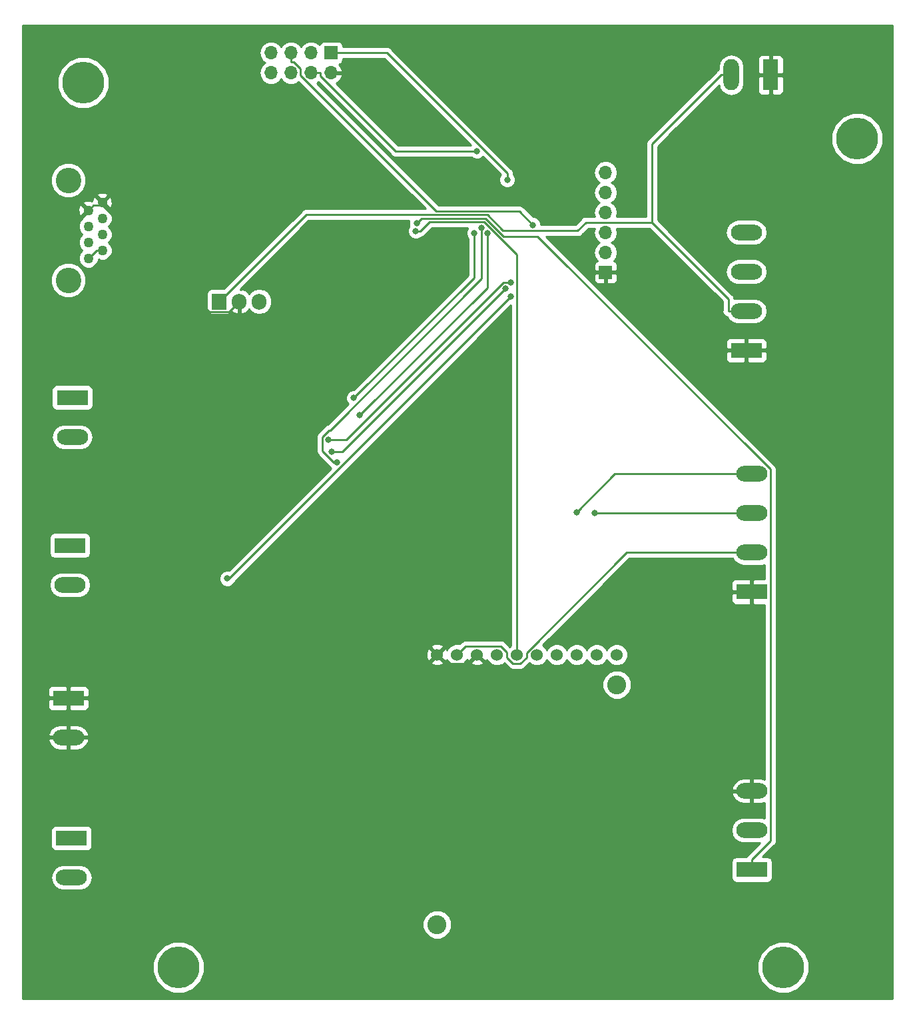
<source format=gbl>
G04 #@! TF.GenerationSoftware,KiCad,Pcbnew,5.0.1-33cea8e~66~ubuntu18.04.1*
G04 #@! TF.CreationDate,2018-10-17T12:33:42-04:00*
G04 #@! TF.ProjectId,BackPanel,4261636B50616E656C2E6B696361645F,rev?*
G04 #@! TF.SameCoordinates,Original*
G04 #@! TF.FileFunction,Copper,L2,Bot,Signal*
G04 #@! TF.FilePolarity,Positive*
%FSLAX46Y46*%
G04 Gerber Fmt 4.6, Leading zero omitted, Abs format (unit mm)*
G04 Created by KiCad (PCBNEW 5.0.1-33cea8e~66~ubuntu18.04.1) date Wed 17 Oct 2018 12:33:42 PM EDT*
%MOMM*%
%LPD*%
G01*
G04 APERTURE LIST*
G04 #@! TA.AperFunction,ComponentPad*
%ADD10C,2.413000*%
G04 #@! TD*
G04 #@! TA.AperFunction,ComponentPad*
%ADD11C,1.524000*%
G04 #@! TD*
G04 #@! TA.AperFunction,ComponentPad*
%ADD12C,3.250000*%
G04 #@! TD*
G04 #@! TA.AperFunction,ComponentPad*
%ADD13C,1.270000*%
G04 #@! TD*
G04 #@! TA.AperFunction,WasherPad*
%ADD14C,5.300000*%
G04 #@! TD*
G04 #@! TA.AperFunction,ComponentPad*
%ADD15R,3.960000X1.980000*%
G04 #@! TD*
G04 #@! TA.AperFunction,ComponentPad*
%ADD16O,3.960000X1.980000*%
G04 #@! TD*
G04 #@! TA.AperFunction,ComponentPad*
%ADD17R,1.905000X2.000000*%
G04 #@! TD*
G04 #@! TA.AperFunction,ComponentPad*
%ADD18O,1.905000X2.000000*%
G04 #@! TD*
G04 #@! TA.AperFunction,ComponentPad*
%ADD19R,1.700000X1.700000*%
G04 #@! TD*
G04 #@! TA.AperFunction,ComponentPad*
%ADD20O,1.700000X1.700000*%
G04 #@! TD*
G04 #@! TA.AperFunction,ComponentPad*
%ADD21R,1.980000X3.960000*%
G04 #@! TD*
G04 #@! TA.AperFunction,ComponentPad*
%ADD22O,1.980000X3.960000*%
G04 #@! TD*
G04 #@! TA.AperFunction,ViaPad*
%ADD23C,0.800000*%
G04 #@! TD*
G04 #@! TA.AperFunction,Conductor*
%ADD24C,0.250000*%
G04 #@! TD*
G04 #@! TA.AperFunction,Conductor*
%ADD25C,0.254000*%
G04 #@! TD*
G04 APERTURE END LIST*
D10*
G04 #@! TO.P,U5,*
G04 #@! TO.N,*
X142370000Y-142280000D03*
X165230000Y-111800000D03*
D11*
G04 #@! TO.P,U5,10*
G04 #@! TO.N,GND*
X142370000Y-107990000D03*
G04 #@! TO.P,U5,9*
G04 #@! TO.N,+24V*
X144910000Y-107990000D03*
G04 #@! TO.P,U5,8*
G04 #@! TO.N,GND*
X147450000Y-107990000D03*
G04 #@! TO.P,U5,7*
G04 #@! TO.N,+3V3*
X149990000Y-107990000D03*
G04 #@! TO.P,U5,6*
G04 #@! TO.N,/GPIOE/GoEast*
X152530000Y-107990000D03*
G04 #@! TO.P,U5,5*
G04 #@! TO.N,Net-(U5-Pad5)*
X155070000Y-107990000D03*
G04 #@! TO.P,U5,4*
G04 #@! TO.N,/GPIOE/CurrentSense*
X157610000Y-107990000D03*
G04 #@! TO.P,U5,3*
G04 #@! TO.N,/GPIOE/pwm*
X160150000Y-107990000D03*
G04 #@! TO.P,U5,2*
G04 #@! TO.N,Net-(U5-Pad2)*
X162690000Y-107990000D03*
G04 #@! TO.P,U5,1*
G04 #@! TO.N,/GPIOE/GoWest*
X165230000Y-107990000D03*
G04 #@! TD*
D12*
G04 #@! TO.P,J1,*
G04 #@! TO.N,*
X95500000Y-47700000D03*
X95500000Y-60400000D03*
D13*
G04 #@! TO.P,J1,8*
G04 #@! TO.N,GND*
X99818000Y-50494000D03*
G04 #@! TO.P,J1,7*
X98040000Y-51510000D03*
G04 #@! TO.P,J1,6*
G04 #@! TO.N,Net-(J1-Pad6)*
X99818000Y-52526000D03*
G04 #@! TO.P,J1,5*
G04 #@! TO.N,/TX*
X98040000Y-53542000D03*
G04 #@! TO.P,J1,4*
G04 #@! TO.N,/RX*
X99818000Y-54558000D03*
G04 #@! TO.P,J1,3*
G04 #@! TO.N,Net-(J1-Pad3)*
X98040000Y-55574000D03*
G04 #@! TO.P,J1,2*
G04 #@! TO.N,+3V3*
X99818000Y-56590000D03*
G04 #@! TO.P,J1,1*
X98040000Y-57606000D03*
G04 #@! TD*
D14*
G04 #@! TO.P,H2,*
G04 #@! TO.N,*
X186400000Y-147700000D03*
G04 #@! TD*
D15*
G04 #@! TO.P,J9,1*
G04 #@! TO.N,GND*
X181700000Y-69300000D03*
D16*
G04 #@! TO.P,J9,2*
G04 #@! TO.N,+24V*
X181700000Y-64300000D03*
G04 #@! TO.P,J9,4*
G04 #@! TO.N,/C-D/serial/AngleRS485A(-)*
X181700000Y-54300000D03*
G04 #@! TO.P,J9,3*
G04 #@! TO.N,/C-D/serial/AngleRS485B(+)*
X181700000Y-59300000D03*
G04 #@! TD*
G04 #@! TO.P,J8,3*
G04 #@! TO.N,/C-D/serial/AngleRS485B(+)*
X182400000Y-90000000D03*
G04 #@! TO.P,J8,4*
G04 #@! TO.N,/C-D/serial/AngleRS485A(-)*
X182400000Y-85000000D03*
G04 #@! TO.P,J8,2*
G04 #@! TO.N,+24V*
X182400000Y-95000000D03*
D15*
G04 #@! TO.P,J8,1*
G04 #@! TO.N,GND*
X182400000Y-100000000D03*
G04 #@! TD*
D16*
G04 #@! TO.P,J7,2*
G04 #@! TO.N,Net-(J7-Pad1)*
X95900000Y-136300000D03*
D15*
G04 #@! TO.P,J7,1*
X95900000Y-131300000D03*
G04 #@! TD*
D14*
G04 #@! TO.P,H3,*
G04 #@! TO.N,*
X109500000Y-147700000D03*
G04 #@! TD*
G04 #@! TO.P,H1,*
G04 #@! TO.N,*
X195800000Y-42400000D03*
G04 #@! TD*
D17*
G04 #@! TO.P,U2,1*
G04 #@! TO.N,+24V*
X114700000Y-63100000D03*
D18*
G04 #@! TO.P,U2,2*
G04 #@! TO.N,GND*
X117240000Y-63100000D03*
G04 #@! TO.P,U2,3*
G04 #@! TO.N,+3V3*
X119780000Y-63100000D03*
G04 #@! TD*
D14*
G04 #@! TO.P,M4,*
G04 #@! TO.N,*
X97400000Y-35300000D03*
G04 #@! TD*
D19*
G04 #@! TO.P,J2,1*
G04 #@! TO.N,Net-(J2-Pad1)*
X128900000Y-31500000D03*
D20*
G04 #@! TO.P,J2,2*
G04 #@! TO.N,GND*
X128900000Y-34040000D03*
G04 #@! TO.P,J2,3*
G04 #@! TO.N,Net-(J2-Pad3)*
X126360000Y-31500000D03*
G04 #@! TO.P,J2,4*
G04 #@! TO.N,+3V3*
X126360000Y-34040000D03*
G04 #@! TO.P,J2,5*
G04 #@! TO.N,Net-(J2-Pad5)*
X123820000Y-31500000D03*
G04 #@! TO.P,J2,6*
G04 #@! TO.N,Net-(J2-Pad6)*
X123820000Y-34040000D03*
G04 #@! TO.P,J2,7*
G04 #@! TO.N,Net-(J2-Pad7)*
X121280000Y-31500000D03*
G04 #@! TO.P,J2,8*
G04 #@! TO.N,Net-(J2-Pad8)*
X121280000Y-34040000D03*
G04 #@! TD*
D15*
G04 #@! TO.P,J6,1*
G04 #@! TO.N,GND*
X95500000Y-113500000D03*
D16*
G04 #@! TO.P,J6,2*
X95500000Y-118500000D03*
G04 #@! TD*
D19*
G04 #@! TO.P,J3,1*
G04 #@! TO.N,GND*
X163800000Y-59400000D03*
D20*
G04 #@! TO.P,J3,2*
G04 #@! TO.N,Net-(J3-Pad2)*
X163800000Y-56860000D03*
G04 #@! TO.P,J3,3*
G04 #@! TO.N,Net-(J3-Pad3)*
X163800000Y-54320000D03*
G04 #@! TO.P,J3,4*
G04 #@! TO.N,Net-(J3-Pad4)*
X163800000Y-51780000D03*
G04 #@! TO.P,J3,5*
G04 #@! TO.N,Net-(J3-Pad5)*
X163800000Y-49240000D03*
G04 #@! TO.P,J3,6*
G04 #@! TO.N,Net-(J3-Pad6)*
X163800000Y-46700000D03*
G04 #@! TD*
D15*
G04 #@! TO.P,J5,1*
G04 #@! TO.N,/C-D/RS485B(+)*
X95700000Y-94100000D03*
D16*
G04 #@! TO.P,J5,2*
X95700000Y-99100000D03*
G04 #@! TD*
D15*
G04 #@! TO.P,J10,1*
G04 #@! TO.N,/GPIOE/EastLimit*
X182400000Y-135300000D03*
D16*
G04 #@! TO.P,J10,2*
G04 #@! TO.N,/GPIOE/WestLimit*
X182400000Y-130300000D03*
G04 #@! TO.P,J10,3*
G04 #@! TO.N,GND*
X182400000Y-125300000D03*
G04 #@! TD*
G04 #@! TO.P,J4,2*
G04 #@! TO.N,/C-D/RS485A(-)*
X96000000Y-80300000D03*
D15*
G04 #@! TO.P,J4,1*
X96000000Y-75300000D03*
G04 #@! TD*
D21*
G04 #@! TO.P,J11,1*
G04 #@! TO.N,GND*
X184800000Y-34300000D03*
D22*
G04 #@! TO.P,J11,2*
G04 #@! TO.N,+24V*
X179800000Y-34300000D03*
G04 #@! TD*
D23*
G04 #@! TO.N,+3V3*
X147458100Y-43964600D03*
G04 #@! TO.N,/C-D/serial/AngleRS485B(+)*
X162380600Y-90000000D03*
G04 #@! TO.N,/C-D/serial/AngleRS485A(-)*
X160100000Y-89872800D03*
G04 #@! TO.N,Net-(J2-Pad1)*
X151300000Y-47608900D03*
G04 #@! TO.N,Net-(J2-Pad5)*
X154558700Y-53371300D03*
G04 #@! TO.N,/GPIOE/EastLimit*
X139791900Y-53137900D03*
G04 #@! TO.N,/GPIOE/GoEast*
X139659300Y-54150600D03*
G04 #@! TO.N,/C-D/serial/TX*
X115695000Y-98308500D03*
X151771100Y-62483500D03*
G04 #@! TO.N,/C-D/serial/RX*
X151093800Y-61444600D03*
X128941700Y-82214100D03*
G04 #@! TO.N,/C-D/serial/TX_en*
X128527500Y-80637000D03*
X151772400Y-60674600D03*
G04 #@! TO.N,/C-D/serial/AngleTX*
X132562900Y-77513100D03*
X148758500Y-54385300D03*
G04 #@! TO.N,/C-D/serial/AngleRX*
X129665200Y-83558000D03*
X148026600Y-53702400D03*
G04 #@! TO.N,/C-D/serial/AngleTX_en*
X131803700Y-75367100D03*
X147095000Y-54385300D03*
G04 #@! TD*
D24*
G04 #@! TO.N,GND*
X181700000Y-69300000D02*
X179394700Y-69300000D01*
X163800000Y-59400000D02*
X169494700Y-59400000D01*
X169494700Y-59400000D02*
X179394700Y-69300000D01*
X142370000Y-107990000D02*
X143463400Y-109083400D01*
X143463400Y-109083400D02*
X146356600Y-109083400D01*
X146356600Y-109083400D02*
X147450000Y-107990000D01*
X99818000Y-50884700D02*
X98665300Y-50884700D01*
X98665300Y-50884700D02*
X98040000Y-51510000D01*
X117240000Y-63100000D02*
X115914600Y-64425400D01*
X115914600Y-64425400D02*
X113358700Y-64425400D01*
X113358700Y-64425400D02*
X99818000Y-50884700D01*
X99818000Y-50884700D02*
X99818000Y-50494000D01*
G04 #@! TO.N,+3V3*
X126360000Y-34040000D02*
X127535300Y-34040000D01*
X127535300Y-34040000D02*
X127535300Y-34407300D01*
X127535300Y-34407300D02*
X137092600Y-43964600D01*
X137092600Y-43964600D02*
X147458100Y-43964600D01*
X99818000Y-56590000D02*
X99056000Y-56590000D01*
X99056000Y-56590000D02*
X98040000Y-57606000D01*
G04 #@! TO.N,/C-D/serial/AngleRS485B(+)*
X182400000Y-90000000D02*
X162380600Y-90000000D01*
G04 #@! TO.N,/C-D/serial/AngleRS485A(-)*
X182400000Y-85000000D02*
X164972800Y-85000000D01*
X164972800Y-85000000D02*
X160100000Y-89872800D01*
G04 #@! TO.N,Net-(J2-Pad1)*
X128900000Y-31500000D02*
X136020500Y-31500000D01*
X136020500Y-31500000D02*
X151300000Y-46779500D01*
X151300000Y-46779500D02*
X151300000Y-47608900D01*
G04 #@! TO.N,Net-(J2-Pad5)*
X154558700Y-53371300D02*
X152813600Y-51626200D01*
X152813600Y-51626200D02*
X142278800Y-51626200D01*
X142278800Y-51626200D02*
X124995300Y-34342700D01*
X124995300Y-34342700D02*
X124995300Y-33483200D01*
X124995300Y-33483200D02*
X124187400Y-32675300D01*
X124187400Y-32675300D02*
X123820000Y-32675300D01*
X123820000Y-31500000D02*
X123820000Y-32675300D01*
G04 #@! TO.N,+24V*
X169683400Y-53050000D02*
X161308600Y-53050000D01*
X161308600Y-53050000D02*
X160257100Y-54101500D01*
X160257100Y-54101500D02*
X150774300Y-54101500D01*
X150774300Y-54101500D02*
X148749300Y-52076500D01*
X148749300Y-52076500D02*
X125723500Y-52076500D01*
X125723500Y-52076500D02*
X114700000Y-63100000D01*
X182400000Y-95000000D02*
X166502800Y-95000000D01*
X166502800Y-95000000D02*
X153749300Y-107753500D01*
X153749300Y-107753500D02*
X153749300Y-108309500D01*
X153749300Y-108309500D02*
X152975600Y-109083200D01*
X152975600Y-109083200D02*
X152025500Y-109083200D01*
X152025500Y-109083200D02*
X151260000Y-108317700D01*
X151260000Y-108317700D02*
X151260000Y-107698500D01*
X151260000Y-107698500D02*
X150446900Y-106885400D01*
X150446900Y-106885400D02*
X146014600Y-106885400D01*
X146014600Y-106885400D02*
X144910000Y-107990000D01*
X181700000Y-64300000D02*
X179394700Y-64300000D01*
X169683400Y-53050000D02*
X169683400Y-43101300D01*
X169683400Y-43101300D02*
X178484700Y-34300000D01*
X179394700Y-64300000D02*
X179394700Y-62761300D01*
X179394700Y-62761300D02*
X169683400Y-53050000D01*
X179800000Y-34300000D02*
X178484700Y-34300000D01*
G04 #@! TO.N,/GPIOE/EastLimit*
X182400000Y-133984700D02*
X184740800Y-131643900D01*
X184740800Y-131643900D02*
X184740800Y-84419800D01*
X184740800Y-84419800D02*
X155146900Y-54825900D01*
X155146900Y-54825900D02*
X150861800Y-54825900D01*
X150861800Y-54825900D02*
X148562700Y-52526800D01*
X148562700Y-52526800D02*
X140403000Y-52526800D01*
X140403000Y-52526800D02*
X139791900Y-53137900D01*
X182400000Y-135300000D02*
X182400000Y-133984700D01*
G04 #@! TO.N,/GPIOE/GoEast*
X152530000Y-107990000D02*
X152530000Y-57131000D01*
X152530000Y-57131000D02*
X148376100Y-52977100D01*
X148376100Y-52977100D02*
X141420000Y-52977100D01*
X141420000Y-52977100D02*
X140246500Y-54150600D01*
X140246500Y-54150600D02*
X139659300Y-54150600D01*
G04 #@! TO.N,/C-D/serial/TX*
X115695000Y-98308500D02*
X115946100Y-98308500D01*
X115946100Y-98308500D02*
X151771100Y-62483500D01*
G04 #@! TO.N,/C-D/serial/RX*
X128941700Y-82214100D02*
X130324300Y-82214100D01*
X130324300Y-82214100D02*
X151093800Y-61444600D01*
G04 #@! TO.N,/C-D/serial/TX_en*
X128527500Y-80637000D02*
X130875700Y-80637000D01*
X130875700Y-80637000D02*
X150838100Y-60674600D01*
X150838100Y-60674600D02*
X151772400Y-60674600D01*
G04 #@! TO.N,/C-D/serial/AngleTX*
X148758500Y-54385300D02*
X148758500Y-61317500D01*
X148758500Y-61317500D02*
X132562900Y-77513100D01*
G04 #@! TO.N,/C-D/serial/AngleRX*
X148026600Y-53702400D02*
X148026600Y-60201300D01*
X148026600Y-60201300D02*
X128789900Y-79438000D01*
X128789900Y-79438000D02*
X128667700Y-79438000D01*
X128667700Y-79438000D02*
X127799100Y-80306600D01*
X127799100Y-80306600D02*
X127799100Y-82097200D01*
X127799100Y-82097200D02*
X129259900Y-83558000D01*
X129259900Y-83558000D02*
X129665200Y-83558000D01*
G04 #@! TO.N,/C-D/serial/AngleTX_en*
X131803700Y-75367100D02*
X147095000Y-60075800D01*
X147095000Y-60075800D02*
X147095000Y-54385300D01*
G04 #@! TD*
D25*
G04 #@! TO.N,GND*
G36*
X200290001Y-151690000D02*
X89710000Y-151690000D01*
X89710000Y-147046573D01*
X106215000Y-147046573D01*
X106215000Y-148353427D01*
X106715111Y-149560803D01*
X107639197Y-150484889D01*
X108846573Y-150985000D01*
X110153427Y-150985000D01*
X111360803Y-150484889D01*
X112284889Y-149560803D01*
X112785000Y-148353427D01*
X112785000Y-147046573D01*
X183115000Y-147046573D01*
X183115000Y-148353427D01*
X183615111Y-149560803D01*
X184539197Y-150484889D01*
X185746573Y-150985000D01*
X187053427Y-150985000D01*
X188260803Y-150484889D01*
X189184889Y-149560803D01*
X189685000Y-148353427D01*
X189685000Y-147046573D01*
X189184889Y-145839197D01*
X188260803Y-144915111D01*
X187053427Y-144415000D01*
X185746573Y-144415000D01*
X184539197Y-144915111D01*
X183615111Y-145839197D01*
X183115000Y-147046573D01*
X112785000Y-147046573D01*
X112284889Y-145839197D01*
X111360803Y-144915111D01*
X110153427Y-144415000D01*
X108846573Y-144415000D01*
X107639197Y-144915111D01*
X106715111Y-145839197D01*
X106215000Y-147046573D01*
X89710000Y-147046573D01*
X89710000Y-141913703D01*
X140528500Y-141913703D01*
X140528500Y-142646297D01*
X140808852Y-143323126D01*
X141326874Y-143841148D01*
X142003703Y-144121500D01*
X142736297Y-144121500D01*
X143413126Y-143841148D01*
X143931148Y-143323126D01*
X144211500Y-142646297D01*
X144211500Y-141913703D01*
X143931148Y-141236874D01*
X143413126Y-140718852D01*
X142736297Y-140438500D01*
X142003703Y-140438500D01*
X141326874Y-140718852D01*
X140808852Y-141236874D01*
X140528500Y-141913703D01*
X89710000Y-141913703D01*
X89710000Y-136300000D01*
X93253165Y-136300000D01*
X93379284Y-136934043D01*
X93738441Y-137471559D01*
X94275957Y-137830716D01*
X94749955Y-137925000D01*
X97050045Y-137925000D01*
X97524043Y-137830716D01*
X98061559Y-137471559D01*
X98420716Y-136934043D01*
X98546835Y-136300000D01*
X98420716Y-135665957D01*
X98061559Y-135128441D01*
X97524043Y-134769284D01*
X97050045Y-134675000D01*
X94749955Y-134675000D01*
X94275957Y-134769284D01*
X93738441Y-135128441D01*
X93379284Y-135665957D01*
X93253165Y-136300000D01*
X89710000Y-136300000D01*
X89710000Y-130310000D01*
X93272560Y-130310000D01*
X93272560Y-132290000D01*
X93321843Y-132537765D01*
X93462191Y-132747809D01*
X93672235Y-132888157D01*
X93920000Y-132937440D01*
X97880000Y-132937440D01*
X98127765Y-132888157D01*
X98337809Y-132747809D01*
X98478157Y-132537765D01*
X98527440Y-132290000D01*
X98527440Y-130310000D01*
X98478157Y-130062235D01*
X98337809Y-129852191D01*
X98127765Y-129711843D01*
X97880000Y-129662560D01*
X93920000Y-129662560D01*
X93672235Y-129711843D01*
X93462191Y-129852191D01*
X93321843Y-130062235D01*
X93272560Y-130310000D01*
X89710000Y-130310000D01*
X89710000Y-125678865D01*
X179829782Y-125678865D01*
X179860095Y-125804528D01*
X180171149Y-126359246D01*
X180670807Y-126752703D01*
X181283000Y-126925000D01*
X182273000Y-126925000D01*
X182273000Y-125427000D01*
X179949260Y-125427000D01*
X179829782Y-125678865D01*
X89710000Y-125678865D01*
X89710000Y-124921135D01*
X179829782Y-124921135D01*
X179949260Y-125173000D01*
X182273000Y-125173000D01*
X182273000Y-123675000D01*
X181283000Y-123675000D01*
X180670807Y-123847297D01*
X180171149Y-124240754D01*
X179860095Y-124795472D01*
X179829782Y-124921135D01*
X89710000Y-124921135D01*
X89710000Y-118878865D01*
X92929782Y-118878865D01*
X92960095Y-119004528D01*
X93271149Y-119559246D01*
X93770807Y-119952703D01*
X94383000Y-120125000D01*
X95373000Y-120125000D01*
X95373000Y-118627000D01*
X95627000Y-118627000D01*
X95627000Y-120125000D01*
X96617000Y-120125000D01*
X97229193Y-119952703D01*
X97728851Y-119559246D01*
X98039905Y-119004528D01*
X98070218Y-118878865D01*
X97950740Y-118627000D01*
X95627000Y-118627000D01*
X95373000Y-118627000D01*
X93049260Y-118627000D01*
X92929782Y-118878865D01*
X89710000Y-118878865D01*
X89710000Y-118121135D01*
X92929782Y-118121135D01*
X93049260Y-118373000D01*
X95373000Y-118373000D01*
X95373000Y-116875000D01*
X95627000Y-116875000D01*
X95627000Y-118373000D01*
X97950740Y-118373000D01*
X98070218Y-118121135D01*
X98039905Y-117995472D01*
X97728851Y-117440754D01*
X97229193Y-117047297D01*
X96617000Y-116875000D01*
X95627000Y-116875000D01*
X95373000Y-116875000D01*
X94383000Y-116875000D01*
X93770807Y-117047297D01*
X93271149Y-117440754D01*
X92960095Y-117995472D01*
X92929782Y-118121135D01*
X89710000Y-118121135D01*
X89710000Y-113785750D01*
X92885000Y-113785750D01*
X92885000Y-114616309D01*
X92981673Y-114849698D01*
X93160301Y-115028327D01*
X93393690Y-115125000D01*
X95214250Y-115125000D01*
X95373000Y-114966250D01*
X95373000Y-113627000D01*
X95627000Y-113627000D01*
X95627000Y-114966250D01*
X95785750Y-115125000D01*
X97606310Y-115125000D01*
X97839699Y-115028327D01*
X98018327Y-114849698D01*
X98115000Y-114616309D01*
X98115000Y-113785750D01*
X97956250Y-113627000D01*
X95627000Y-113627000D01*
X95373000Y-113627000D01*
X93043750Y-113627000D01*
X92885000Y-113785750D01*
X89710000Y-113785750D01*
X89710000Y-112383691D01*
X92885000Y-112383691D01*
X92885000Y-113214250D01*
X93043750Y-113373000D01*
X95373000Y-113373000D01*
X95373000Y-112033750D01*
X95627000Y-112033750D01*
X95627000Y-113373000D01*
X97956250Y-113373000D01*
X98115000Y-113214250D01*
X98115000Y-112383691D01*
X98018327Y-112150302D01*
X97839699Y-111971673D01*
X97606310Y-111875000D01*
X95785750Y-111875000D01*
X95627000Y-112033750D01*
X95373000Y-112033750D01*
X95214250Y-111875000D01*
X93393690Y-111875000D01*
X93160301Y-111971673D01*
X92981673Y-112150302D01*
X92885000Y-112383691D01*
X89710000Y-112383691D01*
X89710000Y-111433703D01*
X163388500Y-111433703D01*
X163388500Y-112166297D01*
X163668852Y-112843126D01*
X164186874Y-113361148D01*
X164863703Y-113641500D01*
X165596297Y-113641500D01*
X166273126Y-113361148D01*
X166791148Y-112843126D01*
X167071500Y-112166297D01*
X167071500Y-111433703D01*
X166791148Y-110756874D01*
X166273126Y-110238852D01*
X165596297Y-109958500D01*
X164863703Y-109958500D01*
X164186874Y-110238852D01*
X163668852Y-110756874D01*
X163388500Y-111433703D01*
X89710000Y-111433703D01*
X89710000Y-108970213D01*
X141569392Y-108970213D01*
X141638857Y-109212397D01*
X142162302Y-109399144D01*
X142717368Y-109371362D01*
X143101143Y-109212397D01*
X143170608Y-108970213D01*
X142370000Y-108169605D01*
X141569392Y-108970213D01*
X89710000Y-108970213D01*
X89710000Y-107782302D01*
X140960856Y-107782302D01*
X140988638Y-108337368D01*
X141147603Y-108721143D01*
X141389787Y-108790608D01*
X142190395Y-107990000D01*
X141389787Y-107189392D01*
X141147603Y-107258857D01*
X140960856Y-107782302D01*
X89710000Y-107782302D01*
X89710000Y-107009787D01*
X141569392Y-107009787D01*
X142370000Y-107810395D01*
X143170608Y-107009787D01*
X143101143Y-106767603D01*
X142577698Y-106580856D01*
X142022632Y-106608638D01*
X141638857Y-106767603D01*
X141569392Y-107009787D01*
X89710000Y-107009787D01*
X89710000Y-99100000D01*
X93053165Y-99100000D01*
X93179284Y-99734043D01*
X93538441Y-100271559D01*
X94075957Y-100630716D01*
X94549955Y-100725000D01*
X96850045Y-100725000D01*
X97324043Y-100630716D01*
X97861559Y-100271559D01*
X98220716Y-99734043D01*
X98346835Y-99100000D01*
X98220716Y-98465957D01*
X97861559Y-97928441D01*
X97324043Y-97569284D01*
X96850045Y-97475000D01*
X94549955Y-97475000D01*
X94075957Y-97569284D01*
X93538441Y-97928441D01*
X93179284Y-98465957D01*
X93053165Y-99100000D01*
X89710000Y-99100000D01*
X89710000Y-93110000D01*
X93072560Y-93110000D01*
X93072560Y-95090000D01*
X93121843Y-95337765D01*
X93262191Y-95547809D01*
X93472235Y-95688157D01*
X93720000Y-95737440D01*
X97680000Y-95737440D01*
X97927765Y-95688157D01*
X98137809Y-95547809D01*
X98278157Y-95337765D01*
X98327440Y-95090000D01*
X98327440Y-93110000D01*
X98278157Y-92862235D01*
X98137809Y-92652191D01*
X97927765Y-92511843D01*
X97680000Y-92462560D01*
X93720000Y-92462560D01*
X93472235Y-92511843D01*
X93262191Y-92652191D01*
X93121843Y-92862235D01*
X93072560Y-93110000D01*
X89710000Y-93110000D01*
X89710000Y-80300000D01*
X93353165Y-80300000D01*
X93479284Y-80934043D01*
X93838441Y-81471559D01*
X94375957Y-81830716D01*
X94849955Y-81925000D01*
X97150045Y-81925000D01*
X97624043Y-81830716D01*
X98161559Y-81471559D01*
X98520716Y-80934043D01*
X98646835Y-80300000D01*
X98520716Y-79665957D01*
X98161559Y-79128441D01*
X97624043Y-78769284D01*
X97150045Y-78675000D01*
X94849955Y-78675000D01*
X94375957Y-78769284D01*
X93838441Y-79128441D01*
X93479284Y-79665957D01*
X93353165Y-80300000D01*
X89710000Y-80300000D01*
X89710000Y-74310000D01*
X93372560Y-74310000D01*
X93372560Y-76290000D01*
X93421843Y-76537765D01*
X93562191Y-76747809D01*
X93772235Y-76888157D01*
X94020000Y-76937440D01*
X97980000Y-76937440D01*
X98227765Y-76888157D01*
X98437809Y-76747809D01*
X98578157Y-76537765D01*
X98627440Y-76290000D01*
X98627440Y-74310000D01*
X98578157Y-74062235D01*
X98437809Y-73852191D01*
X98227765Y-73711843D01*
X97980000Y-73662560D01*
X94020000Y-73662560D01*
X93772235Y-73711843D01*
X93562191Y-73852191D01*
X93421843Y-74062235D01*
X93372560Y-74310000D01*
X89710000Y-74310000D01*
X89710000Y-59950458D01*
X93240000Y-59950458D01*
X93240000Y-60849542D01*
X93584065Y-61680187D01*
X94219813Y-62315935D01*
X95050458Y-62660000D01*
X95949542Y-62660000D01*
X96780187Y-62315935D01*
X96996122Y-62100000D01*
X113100060Y-62100000D01*
X113100060Y-64100000D01*
X113149343Y-64347765D01*
X113289691Y-64557809D01*
X113499735Y-64698157D01*
X113747500Y-64747440D01*
X115652500Y-64747440D01*
X115900265Y-64698157D01*
X116110309Y-64557809D01*
X116247255Y-64352857D01*
X116373076Y-64475973D01*
X116867020Y-64690563D01*
X117113000Y-64570594D01*
X117113000Y-63227000D01*
X117093000Y-63227000D01*
X117093000Y-62973000D01*
X117113000Y-62973000D01*
X117113000Y-62953000D01*
X117367000Y-62953000D01*
X117367000Y-62973000D01*
X117387000Y-62973000D01*
X117387000Y-63227000D01*
X117367000Y-63227000D01*
X117367000Y-64570594D01*
X117612980Y-64690563D01*
X118106924Y-64475973D01*
X118500841Y-64090526D01*
X118635477Y-64292023D01*
X119160590Y-64642891D01*
X119780000Y-64766100D01*
X120399411Y-64642891D01*
X120924523Y-64292023D01*
X121275391Y-63766910D01*
X121367500Y-63303849D01*
X121367500Y-62896150D01*
X121275391Y-62433089D01*
X120924523Y-61907977D01*
X120399410Y-61557109D01*
X119780000Y-61433900D01*
X119160589Y-61557109D01*
X118635477Y-61907977D01*
X118500841Y-62109474D01*
X118106924Y-61724027D01*
X117612980Y-61509437D01*
X117367002Y-61629405D01*
X117367002Y-61507799D01*
X126038302Y-52836500D01*
X138796468Y-52836500D01*
X138756900Y-52932026D01*
X138756900Y-53343774D01*
X138828810Y-53517379D01*
X138781869Y-53564320D01*
X138624300Y-53944726D01*
X138624300Y-54356474D01*
X138781869Y-54736880D01*
X139073020Y-55028031D01*
X139453426Y-55185600D01*
X139865174Y-55185600D01*
X140245580Y-55028031D01*
X140373355Y-54900256D01*
X140543037Y-54866504D01*
X140794429Y-54698529D01*
X140836831Y-54635070D01*
X141734802Y-53737100D01*
X146279489Y-53737100D01*
X146217569Y-53799020D01*
X146060000Y-54179426D01*
X146060000Y-54591174D01*
X146217569Y-54971580D01*
X146335001Y-55089012D01*
X146335000Y-59760998D01*
X131763899Y-74332100D01*
X131597826Y-74332100D01*
X131217420Y-74489669D01*
X130926269Y-74780820D01*
X130768700Y-75161226D01*
X130768700Y-75572974D01*
X130926269Y-75953380D01*
X131062994Y-76090105D01*
X128445861Y-78707238D01*
X128371163Y-78722096D01*
X128119771Y-78890071D01*
X128077371Y-78953527D01*
X127314630Y-79716269D01*
X127251171Y-79758671D01*
X127083196Y-80010064D01*
X127039100Y-80231749D01*
X127039100Y-80231753D01*
X127024212Y-80306600D01*
X127039100Y-80381447D01*
X127039101Y-82022348D01*
X127024212Y-82097200D01*
X127039101Y-82172052D01*
X127083197Y-82393737D01*
X127251172Y-82645129D01*
X127314628Y-82687529D01*
X128669571Y-84042473D01*
X128711971Y-84105929D01*
X128824824Y-84181335D01*
X128911644Y-84268155D01*
X115904710Y-97275089D01*
X115900874Y-97273500D01*
X115489126Y-97273500D01*
X115108720Y-97431069D01*
X114817569Y-97722220D01*
X114660000Y-98102626D01*
X114660000Y-98514374D01*
X114817569Y-98894780D01*
X115108720Y-99185931D01*
X115489126Y-99343500D01*
X115900874Y-99343500D01*
X116281280Y-99185931D01*
X116572431Y-98894780D01*
X116669877Y-98659524D01*
X151770001Y-63559401D01*
X151770000Y-106792700D01*
X151738663Y-106805680D01*
X151590322Y-106954021D01*
X151037231Y-106400930D01*
X150994829Y-106337471D01*
X150743437Y-106169496D01*
X150521752Y-106125400D01*
X150521747Y-106125400D01*
X150446900Y-106110512D01*
X150372053Y-106125400D01*
X146089446Y-106125400D01*
X146014599Y-106110512D01*
X145939752Y-106125400D01*
X145939748Y-106125400D01*
X145718063Y-106169496D01*
X145718061Y-106169497D01*
X145718062Y-106169497D01*
X145530126Y-106295071D01*
X145530124Y-106295073D01*
X145466671Y-106337471D01*
X145424273Y-106400925D01*
X145219218Y-106605980D01*
X145187881Y-106593000D01*
X144632119Y-106593000D01*
X144118663Y-106805680D01*
X143725680Y-107198663D01*
X143646572Y-107389647D01*
X143592397Y-107258857D01*
X143350213Y-107189392D01*
X142549605Y-107990000D01*
X143350213Y-108790608D01*
X143592397Y-108721143D01*
X143642535Y-108580607D01*
X143725680Y-108781337D01*
X144118663Y-109174320D01*
X144632119Y-109387000D01*
X145187881Y-109387000D01*
X145701337Y-109174320D01*
X145905444Y-108970213D01*
X146649392Y-108970213D01*
X146718857Y-109212397D01*
X147242302Y-109399144D01*
X147797368Y-109371362D01*
X148181143Y-109212397D01*
X148250608Y-108970213D01*
X147450000Y-108169605D01*
X146649392Y-108970213D01*
X145905444Y-108970213D01*
X146094320Y-108781337D01*
X146173428Y-108590353D01*
X146227603Y-108721143D01*
X146469787Y-108790608D01*
X147270395Y-107990000D01*
X147256253Y-107975858D01*
X147435858Y-107796253D01*
X147450000Y-107810395D01*
X147464143Y-107796253D01*
X147643748Y-107975858D01*
X147629605Y-107990000D01*
X148430213Y-108790608D01*
X148672397Y-108721143D01*
X148722535Y-108580607D01*
X148805680Y-108781337D01*
X149198663Y-109174320D01*
X149712119Y-109387000D01*
X150267881Y-109387000D01*
X150781337Y-109174320D01*
X150911578Y-109044079D01*
X151435173Y-109567675D01*
X151477571Y-109631129D01*
X151541024Y-109673527D01*
X151541026Y-109673529D01*
X151666402Y-109757302D01*
X151728963Y-109799104D01*
X151950648Y-109843200D01*
X151950652Y-109843200D01*
X152025499Y-109858088D01*
X152100346Y-109843200D01*
X152900753Y-109843200D01*
X152975600Y-109858088D01*
X153050447Y-109843200D01*
X153050452Y-109843200D01*
X153272137Y-109799104D01*
X153523529Y-109631129D01*
X153565931Y-109567670D01*
X154118972Y-109014629D01*
X154278663Y-109174320D01*
X154792119Y-109387000D01*
X155347881Y-109387000D01*
X155861337Y-109174320D01*
X156254320Y-108781337D01*
X156340000Y-108574487D01*
X156425680Y-108781337D01*
X156818663Y-109174320D01*
X157332119Y-109387000D01*
X157887881Y-109387000D01*
X158401337Y-109174320D01*
X158794320Y-108781337D01*
X158880000Y-108574487D01*
X158965680Y-108781337D01*
X159358663Y-109174320D01*
X159872119Y-109387000D01*
X160427881Y-109387000D01*
X160941337Y-109174320D01*
X161334320Y-108781337D01*
X161420000Y-108574487D01*
X161505680Y-108781337D01*
X161898663Y-109174320D01*
X162412119Y-109387000D01*
X162967881Y-109387000D01*
X163481337Y-109174320D01*
X163874320Y-108781337D01*
X163960000Y-108574487D01*
X164045680Y-108781337D01*
X164438663Y-109174320D01*
X164952119Y-109387000D01*
X165507881Y-109387000D01*
X166021337Y-109174320D01*
X166414320Y-108781337D01*
X166627000Y-108267881D01*
X166627000Y-107712119D01*
X166414320Y-107198663D01*
X166021337Y-106805680D01*
X165507881Y-106593000D01*
X164952119Y-106593000D01*
X164438663Y-106805680D01*
X164045680Y-107198663D01*
X163960000Y-107405513D01*
X163874320Y-107198663D01*
X163481337Y-106805680D01*
X162967881Y-106593000D01*
X162412119Y-106593000D01*
X161898663Y-106805680D01*
X161505680Y-107198663D01*
X161420000Y-107405513D01*
X161334320Y-107198663D01*
X160941337Y-106805680D01*
X160427881Y-106593000D01*
X159872119Y-106593000D01*
X159358663Y-106805680D01*
X158965680Y-107198663D01*
X158880000Y-107405513D01*
X158794320Y-107198663D01*
X158401337Y-106805680D01*
X157887881Y-106593000D01*
X157332119Y-106593000D01*
X156818663Y-106805680D01*
X156425680Y-107198663D01*
X156340000Y-107405513D01*
X156254320Y-107198663D01*
X155861337Y-106805680D01*
X155798110Y-106779491D01*
X162291851Y-100285750D01*
X179785000Y-100285750D01*
X179785000Y-101116309D01*
X179881673Y-101349698D01*
X180060301Y-101528327D01*
X180293690Y-101625000D01*
X182114250Y-101625000D01*
X182273000Y-101466250D01*
X182273000Y-100127000D01*
X179943750Y-100127000D01*
X179785000Y-100285750D01*
X162291851Y-100285750D01*
X163693910Y-98883691D01*
X179785000Y-98883691D01*
X179785000Y-99714250D01*
X179943750Y-99873000D01*
X182273000Y-99873000D01*
X182273000Y-98533750D01*
X182114250Y-98375000D01*
X180293690Y-98375000D01*
X180060301Y-98471673D01*
X179881673Y-98650302D01*
X179785000Y-98883691D01*
X163693910Y-98883691D01*
X166817602Y-95760000D01*
X179963446Y-95760000D01*
X180238441Y-96171559D01*
X180775957Y-96530716D01*
X181249955Y-96625000D01*
X183550045Y-96625000D01*
X183980801Y-96539317D01*
X183980801Y-98375000D01*
X182685750Y-98375000D01*
X182527000Y-98533750D01*
X182527000Y-99873000D01*
X182547000Y-99873000D01*
X182547000Y-100127000D01*
X182527000Y-100127000D01*
X182527000Y-101466250D01*
X182685750Y-101625000D01*
X183980801Y-101625000D01*
X183980800Y-123805533D01*
X183517000Y-123675000D01*
X182527000Y-123675000D01*
X182527000Y-125173000D01*
X182547000Y-125173000D01*
X182547000Y-125427000D01*
X182527000Y-125427000D01*
X182527000Y-126925000D01*
X183517000Y-126925000D01*
X183980800Y-126794467D01*
X183980800Y-128760682D01*
X183550045Y-128675000D01*
X181249955Y-128675000D01*
X180775957Y-128769284D01*
X180238441Y-129128441D01*
X179879284Y-129665957D01*
X179753165Y-130300000D01*
X179879284Y-130934043D01*
X180238441Y-131471559D01*
X180775957Y-131830716D01*
X181249955Y-131925000D01*
X183384898Y-131925000D01*
X181915528Y-133394371D01*
X181852072Y-133436771D01*
X181809672Y-133500227D01*
X181809671Y-133500228D01*
X181701204Y-133662560D01*
X180420000Y-133662560D01*
X180172235Y-133711843D01*
X179962191Y-133852191D01*
X179821843Y-134062235D01*
X179772560Y-134310000D01*
X179772560Y-136290000D01*
X179821843Y-136537765D01*
X179962191Y-136747809D01*
X180172235Y-136888157D01*
X180420000Y-136937440D01*
X184380000Y-136937440D01*
X184627765Y-136888157D01*
X184837809Y-136747809D01*
X184978157Y-136537765D01*
X185027440Y-136290000D01*
X185027440Y-134310000D01*
X184978157Y-134062235D01*
X184837809Y-133852191D01*
X184627765Y-133711843D01*
X184380000Y-133662560D01*
X183796941Y-133662560D01*
X185225273Y-132234229D01*
X185288729Y-132191829D01*
X185456704Y-131940437D01*
X185500800Y-131718752D01*
X185500800Y-131718748D01*
X185515688Y-131643901D01*
X185500800Y-131569054D01*
X185500800Y-84494648D01*
X185515688Y-84419800D01*
X185500800Y-84344952D01*
X185500800Y-84344948D01*
X185456704Y-84123263D01*
X185456704Y-84123262D01*
X185331129Y-83935327D01*
X185288729Y-83871871D01*
X185225273Y-83829471D01*
X170981552Y-69585750D01*
X179085000Y-69585750D01*
X179085000Y-70416309D01*
X179181673Y-70649698D01*
X179360301Y-70828327D01*
X179593690Y-70925000D01*
X181414250Y-70925000D01*
X181573000Y-70766250D01*
X181573000Y-69427000D01*
X181827000Y-69427000D01*
X181827000Y-70766250D01*
X181985750Y-70925000D01*
X183806310Y-70925000D01*
X184039699Y-70828327D01*
X184218327Y-70649698D01*
X184315000Y-70416309D01*
X184315000Y-69585750D01*
X184156250Y-69427000D01*
X181827000Y-69427000D01*
X181573000Y-69427000D01*
X179243750Y-69427000D01*
X179085000Y-69585750D01*
X170981552Y-69585750D01*
X169579493Y-68183691D01*
X179085000Y-68183691D01*
X179085000Y-69014250D01*
X179243750Y-69173000D01*
X181573000Y-69173000D01*
X181573000Y-67833750D01*
X181827000Y-67833750D01*
X181827000Y-69173000D01*
X184156250Y-69173000D01*
X184315000Y-69014250D01*
X184315000Y-68183691D01*
X184218327Y-67950302D01*
X184039699Y-67771673D01*
X183806310Y-67675000D01*
X181985750Y-67675000D01*
X181827000Y-67833750D01*
X181573000Y-67833750D01*
X181414250Y-67675000D01*
X179593690Y-67675000D01*
X179360301Y-67771673D01*
X179181673Y-67950302D01*
X179085000Y-68183691D01*
X169579493Y-68183691D01*
X161081552Y-59685750D01*
X162315000Y-59685750D01*
X162315000Y-60376310D01*
X162411673Y-60609699D01*
X162590302Y-60788327D01*
X162823691Y-60885000D01*
X163514250Y-60885000D01*
X163673000Y-60726250D01*
X163673000Y-59527000D01*
X163927000Y-59527000D01*
X163927000Y-60726250D01*
X164085750Y-60885000D01*
X164776309Y-60885000D01*
X165009698Y-60788327D01*
X165188327Y-60609699D01*
X165285000Y-60376310D01*
X165285000Y-59685750D01*
X165126250Y-59527000D01*
X163927000Y-59527000D01*
X163673000Y-59527000D01*
X162473750Y-59527000D01*
X162315000Y-59685750D01*
X161081552Y-59685750D01*
X156257301Y-54861500D01*
X160182253Y-54861500D01*
X160257100Y-54876388D01*
X160331947Y-54861500D01*
X160331952Y-54861500D01*
X160553637Y-54817404D01*
X160805029Y-54649429D01*
X160847431Y-54585970D01*
X161623402Y-53810000D01*
X162387353Y-53810000D01*
X162285908Y-54320000D01*
X162401161Y-54899418D01*
X162729375Y-55390625D01*
X163027761Y-55590000D01*
X162729375Y-55789375D01*
X162401161Y-56280582D01*
X162285908Y-56860000D01*
X162401161Y-57439418D01*
X162729375Y-57930625D01*
X162751033Y-57945096D01*
X162590302Y-58011673D01*
X162411673Y-58190301D01*
X162315000Y-58423690D01*
X162315000Y-59114250D01*
X162473750Y-59273000D01*
X163673000Y-59273000D01*
X163673000Y-59253000D01*
X163927000Y-59253000D01*
X163927000Y-59273000D01*
X165126250Y-59273000D01*
X165285000Y-59114250D01*
X165285000Y-58423690D01*
X165188327Y-58190301D01*
X165009698Y-58011673D01*
X164848967Y-57945096D01*
X164870625Y-57930625D01*
X165198839Y-57439418D01*
X165314092Y-56860000D01*
X165198839Y-56280582D01*
X164870625Y-55789375D01*
X164572239Y-55590000D01*
X164870625Y-55390625D01*
X165198839Y-54899418D01*
X165314092Y-54320000D01*
X165212647Y-53810000D01*
X169368599Y-53810000D01*
X178634701Y-63076103D01*
X178634700Y-64225148D01*
X178619811Y-64300000D01*
X178678796Y-64596537D01*
X178792095Y-64766100D01*
X178846771Y-64847929D01*
X179098163Y-65015904D01*
X179254800Y-65047061D01*
X179538441Y-65471559D01*
X180075957Y-65830716D01*
X180549955Y-65925000D01*
X182850045Y-65925000D01*
X183324043Y-65830716D01*
X183861559Y-65471559D01*
X184220716Y-64934043D01*
X184346835Y-64300000D01*
X184220716Y-63665957D01*
X183861559Y-63128441D01*
X183324043Y-62769284D01*
X182850045Y-62675000D01*
X180549955Y-62675000D01*
X180167552Y-62751065D01*
X180154700Y-62686452D01*
X180154700Y-62686448D01*
X180110604Y-62464763D01*
X179942629Y-62213371D01*
X179879173Y-62170971D01*
X177008202Y-59300000D01*
X179053165Y-59300000D01*
X179179284Y-59934043D01*
X179538441Y-60471559D01*
X180075957Y-60830716D01*
X180549955Y-60925000D01*
X182850045Y-60925000D01*
X183324043Y-60830716D01*
X183861559Y-60471559D01*
X184220716Y-59934043D01*
X184346835Y-59300000D01*
X184220716Y-58665957D01*
X183861559Y-58128441D01*
X183324043Y-57769284D01*
X182850045Y-57675000D01*
X180549955Y-57675000D01*
X180075957Y-57769284D01*
X179538441Y-58128441D01*
X179179284Y-58665957D01*
X179053165Y-59300000D01*
X177008202Y-59300000D01*
X172008202Y-54300000D01*
X179053165Y-54300000D01*
X179179284Y-54934043D01*
X179538441Y-55471559D01*
X180075957Y-55830716D01*
X180549955Y-55925000D01*
X182850045Y-55925000D01*
X183324043Y-55830716D01*
X183861559Y-55471559D01*
X184220716Y-54934043D01*
X184346835Y-54300000D01*
X184220716Y-53665957D01*
X183861559Y-53128441D01*
X183324043Y-52769284D01*
X182850045Y-52675000D01*
X180549955Y-52675000D01*
X180075957Y-52769284D01*
X179538441Y-53128441D01*
X179179284Y-53665957D01*
X179053165Y-54300000D01*
X172008202Y-54300000D01*
X170443400Y-52735199D01*
X170443400Y-43416101D01*
X172112928Y-41746573D01*
X192515000Y-41746573D01*
X192515000Y-43053427D01*
X193015111Y-44260803D01*
X193939197Y-45184889D01*
X195146573Y-45685000D01*
X196453427Y-45685000D01*
X197660803Y-45184889D01*
X198584889Y-44260803D01*
X199085000Y-43053427D01*
X199085000Y-41746573D01*
X198584889Y-40539197D01*
X197660803Y-39615111D01*
X196453427Y-39115000D01*
X195146573Y-39115000D01*
X193939197Y-39615111D01*
X193015111Y-40539197D01*
X192515000Y-41746573D01*
X172112928Y-41746573D01*
X178213899Y-35645603D01*
X178269284Y-35924042D01*
X178628441Y-36461559D01*
X179165957Y-36820716D01*
X179800000Y-36946835D01*
X180434042Y-36820716D01*
X180971559Y-36461559D01*
X181330716Y-35924043D01*
X181425000Y-35450045D01*
X181425000Y-34585750D01*
X183175000Y-34585750D01*
X183175000Y-36406310D01*
X183271673Y-36639699D01*
X183450302Y-36818327D01*
X183683691Y-36915000D01*
X184514250Y-36915000D01*
X184673000Y-36756250D01*
X184673000Y-34427000D01*
X184927000Y-34427000D01*
X184927000Y-36756250D01*
X185085750Y-36915000D01*
X185916309Y-36915000D01*
X186149698Y-36818327D01*
X186328327Y-36639699D01*
X186425000Y-36406310D01*
X186425000Y-34585750D01*
X186266250Y-34427000D01*
X184927000Y-34427000D01*
X184673000Y-34427000D01*
X183333750Y-34427000D01*
X183175000Y-34585750D01*
X181425000Y-34585750D01*
X181425000Y-33149955D01*
X181330716Y-32675957D01*
X181008476Y-32193690D01*
X183175000Y-32193690D01*
X183175000Y-34014250D01*
X183333750Y-34173000D01*
X184673000Y-34173000D01*
X184673000Y-31843750D01*
X184927000Y-31843750D01*
X184927000Y-34173000D01*
X186266250Y-34173000D01*
X186425000Y-34014250D01*
X186425000Y-32193690D01*
X186328327Y-31960301D01*
X186149698Y-31781673D01*
X185916309Y-31685000D01*
X185085750Y-31685000D01*
X184927000Y-31843750D01*
X184673000Y-31843750D01*
X184514250Y-31685000D01*
X183683691Y-31685000D01*
X183450302Y-31781673D01*
X183271673Y-31960301D01*
X183175000Y-32193690D01*
X181008476Y-32193690D01*
X180971559Y-32138441D01*
X180434043Y-31779284D01*
X179800000Y-31653165D01*
X179165958Y-31779284D01*
X178628442Y-32138441D01*
X178269285Y-32675957D01*
X178175001Y-33149955D01*
X178175001Y-33592890D01*
X178039981Y-33683108D01*
X177936771Y-33752071D01*
X177894371Y-33815527D01*
X169198928Y-42510971D01*
X169135472Y-42553371D01*
X169093072Y-42616827D01*
X169093071Y-42616828D01*
X168967497Y-42804763D01*
X168908512Y-43101300D01*
X168923401Y-43176152D01*
X168923400Y-52290000D01*
X165212647Y-52290000D01*
X165314092Y-51780000D01*
X165198839Y-51200582D01*
X164870625Y-50709375D01*
X164572239Y-50510000D01*
X164870625Y-50310625D01*
X165198839Y-49819418D01*
X165314092Y-49240000D01*
X165198839Y-48660582D01*
X164870625Y-48169375D01*
X164572239Y-47970000D01*
X164870625Y-47770625D01*
X165198839Y-47279418D01*
X165314092Y-46700000D01*
X165198839Y-46120582D01*
X164870625Y-45629375D01*
X164379418Y-45301161D01*
X163946256Y-45215000D01*
X163653744Y-45215000D01*
X163220582Y-45301161D01*
X162729375Y-45629375D01*
X162401161Y-46120582D01*
X162285908Y-46700000D01*
X162401161Y-47279418D01*
X162729375Y-47770625D01*
X163027761Y-47970000D01*
X162729375Y-48169375D01*
X162401161Y-48660582D01*
X162285908Y-49240000D01*
X162401161Y-49819418D01*
X162729375Y-50310625D01*
X163027761Y-50510000D01*
X162729375Y-50709375D01*
X162401161Y-51200582D01*
X162285908Y-51780000D01*
X162387353Y-52290000D01*
X161383448Y-52290000D01*
X161308600Y-52275112D01*
X161233752Y-52290000D01*
X161233748Y-52290000D01*
X161012063Y-52334096D01*
X160760671Y-52502071D01*
X160718271Y-52565527D01*
X159942299Y-53341500D01*
X155593700Y-53341500D01*
X155593700Y-53165426D01*
X155436131Y-52785020D01*
X155144980Y-52493869D01*
X154764574Y-52336300D01*
X154598502Y-52336300D01*
X153403931Y-51141730D01*
X153361529Y-51078271D01*
X153110137Y-50910296D01*
X152888452Y-50866200D01*
X152888447Y-50866200D01*
X152813600Y-50851312D01*
X152738753Y-50866200D01*
X142593602Y-50866200D01*
X127075388Y-35347987D01*
X127270689Y-35217490D01*
X136502271Y-44449073D01*
X136544671Y-44512529D01*
X136796063Y-44680504D01*
X137017748Y-44724600D01*
X137017752Y-44724600D01*
X137092599Y-44739488D01*
X137167446Y-44724600D01*
X146754389Y-44724600D01*
X146871820Y-44842031D01*
X147252226Y-44999600D01*
X147663974Y-44999600D01*
X148044380Y-44842031D01*
X148166055Y-44720356D01*
X150445444Y-46999745D01*
X150422569Y-47022620D01*
X150265000Y-47403026D01*
X150265000Y-47814774D01*
X150422569Y-48195180D01*
X150713720Y-48486331D01*
X151094126Y-48643900D01*
X151505874Y-48643900D01*
X151886280Y-48486331D01*
X152177431Y-48195180D01*
X152335000Y-47814774D01*
X152335000Y-47403026D01*
X152177431Y-47022620D01*
X152060000Y-46905189D01*
X152060000Y-46854346D01*
X152074888Y-46779499D01*
X152060000Y-46704652D01*
X152060000Y-46704648D01*
X152015904Y-46482963D01*
X151847929Y-46231571D01*
X151784473Y-46189171D01*
X136610831Y-31015530D01*
X136568429Y-30952071D01*
X136317037Y-30784096D01*
X136095352Y-30740000D01*
X136095347Y-30740000D01*
X136020500Y-30725112D01*
X135945653Y-30740000D01*
X130397440Y-30740000D01*
X130397440Y-30650000D01*
X130348157Y-30402235D01*
X130207809Y-30192191D01*
X129997765Y-30051843D01*
X129750000Y-30002560D01*
X128050000Y-30002560D01*
X127802235Y-30051843D01*
X127592191Y-30192191D01*
X127451843Y-30402235D01*
X127442816Y-30447619D01*
X127430625Y-30429375D01*
X126939418Y-30101161D01*
X126506256Y-30015000D01*
X126213744Y-30015000D01*
X125780582Y-30101161D01*
X125289375Y-30429375D01*
X125090000Y-30727761D01*
X124890625Y-30429375D01*
X124399418Y-30101161D01*
X123966256Y-30015000D01*
X123673744Y-30015000D01*
X123240582Y-30101161D01*
X122749375Y-30429375D01*
X122550000Y-30727761D01*
X122350625Y-30429375D01*
X121859418Y-30101161D01*
X121426256Y-30015000D01*
X121133744Y-30015000D01*
X120700582Y-30101161D01*
X120209375Y-30429375D01*
X119881161Y-30920582D01*
X119765908Y-31500000D01*
X119881161Y-32079418D01*
X120209375Y-32570625D01*
X120507761Y-32770000D01*
X120209375Y-32969375D01*
X119881161Y-33460582D01*
X119765908Y-34040000D01*
X119881161Y-34619418D01*
X120209375Y-35110625D01*
X120700582Y-35438839D01*
X121133744Y-35525000D01*
X121426256Y-35525000D01*
X121859418Y-35438839D01*
X122350625Y-35110625D01*
X122550000Y-34812239D01*
X122749375Y-35110625D01*
X123240582Y-35438839D01*
X123673744Y-35525000D01*
X123966256Y-35525000D01*
X124399418Y-35438839D01*
X124769414Y-35191615D01*
X140894298Y-51316500D01*
X125798346Y-51316500D01*
X125723499Y-51301612D01*
X125648652Y-51316500D01*
X125648648Y-51316500D01*
X125426963Y-51360596D01*
X125175571Y-51528571D01*
X125133171Y-51592027D01*
X115272639Y-61452560D01*
X113747500Y-61452560D01*
X113499735Y-61501843D01*
X113289691Y-61642191D01*
X113149343Y-61852235D01*
X113100060Y-62100000D01*
X96996122Y-62100000D01*
X97415935Y-61680187D01*
X97760000Y-60849542D01*
X97760000Y-59950458D01*
X97415935Y-59119813D01*
X96780187Y-58484065D01*
X95949542Y-58140000D01*
X95050458Y-58140000D01*
X94219813Y-58484065D01*
X93584065Y-59119813D01*
X93240000Y-59950458D01*
X89710000Y-59950458D01*
X89710000Y-53289381D01*
X96770000Y-53289381D01*
X96770000Y-53794619D01*
X96963346Y-54261397D01*
X97259949Y-54558000D01*
X96963346Y-54854603D01*
X96770000Y-55321381D01*
X96770000Y-55826619D01*
X96963346Y-56293397D01*
X97259949Y-56590000D01*
X96963346Y-56886603D01*
X96770000Y-57353381D01*
X96770000Y-57858619D01*
X96963346Y-58325397D01*
X97320603Y-58682654D01*
X97787381Y-58876000D01*
X98292619Y-58876000D01*
X98759397Y-58682654D01*
X99116654Y-58325397D01*
X99310000Y-57858619D01*
X99310000Y-57754218D01*
X99565381Y-57860000D01*
X100070619Y-57860000D01*
X100537397Y-57666654D01*
X100894654Y-57309397D01*
X101088000Y-56842619D01*
X101088000Y-56337381D01*
X100894654Y-55870603D01*
X100598051Y-55574000D01*
X100894654Y-55277397D01*
X101088000Y-54810619D01*
X101088000Y-54305381D01*
X100894654Y-53838603D01*
X100598051Y-53542000D01*
X100894654Y-53245397D01*
X101088000Y-52778619D01*
X101088000Y-52273381D01*
X100894654Y-51806603D01*
X100537397Y-51449346D01*
X100513097Y-51439281D01*
X100526528Y-51382133D01*
X99818000Y-50673605D01*
X99803858Y-50687748D01*
X99624253Y-50508143D01*
X99638395Y-50494000D01*
X99997605Y-50494000D01*
X100706133Y-51202528D01*
X100935179Y-51148697D01*
X101100681Y-50671336D01*
X101070906Y-50166977D01*
X100935179Y-49839303D01*
X100706133Y-49785472D01*
X99997605Y-50494000D01*
X99638395Y-50494000D01*
X98929867Y-49785472D01*
X98700821Y-49839303D01*
X98535319Y-50316664D01*
X98536579Y-50338001D01*
X98217336Y-50227319D01*
X97712977Y-50257094D01*
X97385303Y-50392821D01*
X97331472Y-50621867D01*
X98040000Y-51330395D01*
X98054143Y-51316253D01*
X98233748Y-51495858D01*
X98219605Y-51510000D01*
X98233748Y-51524143D01*
X98054143Y-51703748D01*
X98040000Y-51689605D01*
X97331472Y-52398133D01*
X97344903Y-52455281D01*
X97320603Y-52465346D01*
X96963346Y-52822603D01*
X96770000Y-53289381D01*
X89710000Y-53289381D01*
X89710000Y-51332664D01*
X96757319Y-51332664D01*
X96787094Y-51837023D01*
X96922821Y-52164697D01*
X97151867Y-52218528D01*
X97860395Y-51510000D01*
X97151867Y-50801472D01*
X96922821Y-50855303D01*
X96757319Y-51332664D01*
X89710000Y-51332664D01*
X89710000Y-47250458D01*
X93240000Y-47250458D01*
X93240000Y-48149542D01*
X93584065Y-48980187D01*
X94219813Y-49615935D01*
X95050458Y-49960000D01*
X95949542Y-49960000D01*
X96780187Y-49615935D01*
X96790255Y-49605867D01*
X99109472Y-49605867D01*
X99818000Y-50314395D01*
X100526528Y-49605867D01*
X100472697Y-49376821D01*
X99995336Y-49211319D01*
X99490977Y-49241094D01*
X99163303Y-49376821D01*
X99109472Y-49605867D01*
X96790255Y-49605867D01*
X97415935Y-48980187D01*
X97760000Y-48149542D01*
X97760000Y-47250458D01*
X97415935Y-46419813D01*
X96780187Y-45784065D01*
X95949542Y-45440000D01*
X95050458Y-45440000D01*
X94219813Y-45784065D01*
X93584065Y-46419813D01*
X93240000Y-47250458D01*
X89710000Y-47250458D01*
X89710000Y-34646573D01*
X94115000Y-34646573D01*
X94115000Y-35953427D01*
X94615111Y-37160803D01*
X95539197Y-38084889D01*
X96746573Y-38585000D01*
X98053427Y-38585000D01*
X99260803Y-38084889D01*
X100184889Y-37160803D01*
X100685000Y-35953427D01*
X100685000Y-34646573D01*
X100184889Y-33439197D01*
X99260803Y-32515111D01*
X98053427Y-32015000D01*
X96746573Y-32015000D01*
X95539197Y-32515111D01*
X94615111Y-33439197D01*
X94115000Y-34646573D01*
X89710000Y-34646573D01*
X89710000Y-28010000D01*
X200290000Y-28010000D01*
X200290001Y-151690000D01*
X200290001Y-151690000D01*
G37*
X200290001Y-151690000D02*
X89710000Y-151690000D01*
X89710000Y-147046573D01*
X106215000Y-147046573D01*
X106215000Y-148353427D01*
X106715111Y-149560803D01*
X107639197Y-150484889D01*
X108846573Y-150985000D01*
X110153427Y-150985000D01*
X111360803Y-150484889D01*
X112284889Y-149560803D01*
X112785000Y-148353427D01*
X112785000Y-147046573D01*
X183115000Y-147046573D01*
X183115000Y-148353427D01*
X183615111Y-149560803D01*
X184539197Y-150484889D01*
X185746573Y-150985000D01*
X187053427Y-150985000D01*
X188260803Y-150484889D01*
X189184889Y-149560803D01*
X189685000Y-148353427D01*
X189685000Y-147046573D01*
X189184889Y-145839197D01*
X188260803Y-144915111D01*
X187053427Y-144415000D01*
X185746573Y-144415000D01*
X184539197Y-144915111D01*
X183615111Y-145839197D01*
X183115000Y-147046573D01*
X112785000Y-147046573D01*
X112284889Y-145839197D01*
X111360803Y-144915111D01*
X110153427Y-144415000D01*
X108846573Y-144415000D01*
X107639197Y-144915111D01*
X106715111Y-145839197D01*
X106215000Y-147046573D01*
X89710000Y-147046573D01*
X89710000Y-141913703D01*
X140528500Y-141913703D01*
X140528500Y-142646297D01*
X140808852Y-143323126D01*
X141326874Y-143841148D01*
X142003703Y-144121500D01*
X142736297Y-144121500D01*
X143413126Y-143841148D01*
X143931148Y-143323126D01*
X144211500Y-142646297D01*
X144211500Y-141913703D01*
X143931148Y-141236874D01*
X143413126Y-140718852D01*
X142736297Y-140438500D01*
X142003703Y-140438500D01*
X141326874Y-140718852D01*
X140808852Y-141236874D01*
X140528500Y-141913703D01*
X89710000Y-141913703D01*
X89710000Y-136300000D01*
X93253165Y-136300000D01*
X93379284Y-136934043D01*
X93738441Y-137471559D01*
X94275957Y-137830716D01*
X94749955Y-137925000D01*
X97050045Y-137925000D01*
X97524043Y-137830716D01*
X98061559Y-137471559D01*
X98420716Y-136934043D01*
X98546835Y-136300000D01*
X98420716Y-135665957D01*
X98061559Y-135128441D01*
X97524043Y-134769284D01*
X97050045Y-134675000D01*
X94749955Y-134675000D01*
X94275957Y-134769284D01*
X93738441Y-135128441D01*
X93379284Y-135665957D01*
X93253165Y-136300000D01*
X89710000Y-136300000D01*
X89710000Y-130310000D01*
X93272560Y-130310000D01*
X93272560Y-132290000D01*
X93321843Y-132537765D01*
X93462191Y-132747809D01*
X93672235Y-132888157D01*
X93920000Y-132937440D01*
X97880000Y-132937440D01*
X98127765Y-132888157D01*
X98337809Y-132747809D01*
X98478157Y-132537765D01*
X98527440Y-132290000D01*
X98527440Y-130310000D01*
X98478157Y-130062235D01*
X98337809Y-129852191D01*
X98127765Y-129711843D01*
X97880000Y-129662560D01*
X93920000Y-129662560D01*
X93672235Y-129711843D01*
X93462191Y-129852191D01*
X93321843Y-130062235D01*
X93272560Y-130310000D01*
X89710000Y-130310000D01*
X89710000Y-125678865D01*
X179829782Y-125678865D01*
X179860095Y-125804528D01*
X180171149Y-126359246D01*
X180670807Y-126752703D01*
X181283000Y-126925000D01*
X182273000Y-126925000D01*
X182273000Y-125427000D01*
X179949260Y-125427000D01*
X179829782Y-125678865D01*
X89710000Y-125678865D01*
X89710000Y-124921135D01*
X179829782Y-124921135D01*
X179949260Y-125173000D01*
X182273000Y-125173000D01*
X182273000Y-123675000D01*
X181283000Y-123675000D01*
X180670807Y-123847297D01*
X180171149Y-124240754D01*
X179860095Y-124795472D01*
X179829782Y-124921135D01*
X89710000Y-124921135D01*
X89710000Y-118878865D01*
X92929782Y-118878865D01*
X92960095Y-119004528D01*
X93271149Y-119559246D01*
X93770807Y-119952703D01*
X94383000Y-120125000D01*
X95373000Y-120125000D01*
X95373000Y-118627000D01*
X95627000Y-118627000D01*
X95627000Y-120125000D01*
X96617000Y-120125000D01*
X97229193Y-119952703D01*
X97728851Y-119559246D01*
X98039905Y-119004528D01*
X98070218Y-118878865D01*
X97950740Y-118627000D01*
X95627000Y-118627000D01*
X95373000Y-118627000D01*
X93049260Y-118627000D01*
X92929782Y-118878865D01*
X89710000Y-118878865D01*
X89710000Y-118121135D01*
X92929782Y-118121135D01*
X93049260Y-118373000D01*
X95373000Y-118373000D01*
X95373000Y-116875000D01*
X95627000Y-116875000D01*
X95627000Y-118373000D01*
X97950740Y-118373000D01*
X98070218Y-118121135D01*
X98039905Y-117995472D01*
X97728851Y-117440754D01*
X97229193Y-117047297D01*
X96617000Y-116875000D01*
X95627000Y-116875000D01*
X95373000Y-116875000D01*
X94383000Y-116875000D01*
X93770807Y-117047297D01*
X93271149Y-117440754D01*
X92960095Y-117995472D01*
X92929782Y-118121135D01*
X89710000Y-118121135D01*
X89710000Y-113785750D01*
X92885000Y-113785750D01*
X92885000Y-114616309D01*
X92981673Y-114849698D01*
X93160301Y-115028327D01*
X93393690Y-115125000D01*
X95214250Y-115125000D01*
X95373000Y-114966250D01*
X95373000Y-113627000D01*
X95627000Y-113627000D01*
X95627000Y-114966250D01*
X95785750Y-115125000D01*
X97606310Y-115125000D01*
X97839699Y-115028327D01*
X98018327Y-114849698D01*
X98115000Y-114616309D01*
X98115000Y-113785750D01*
X97956250Y-113627000D01*
X95627000Y-113627000D01*
X95373000Y-113627000D01*
X93043750Y-113627000D01*
X92885000Y-113785750D01*
X89710000Y-113785750D01*
X89710000Y-112383691D01*
X92885000Y-112383691D01*
X92885000Y-113214250D01*
X93043750Y-113373000D01*
X95373000Y-113373000D01*
X95373000Y-112033750D01*
X95627000Y-112033750D01*
X95627000Y-113373000D01*
X97956250Y-113373000D01*
X98115000Y-113214250D01*
X98115000Y-112383691D01*
X98018327Y-112150302D01*
X97839699Y-111971673D01*
X97606310Y-111875000D01*
X95785750Y-111875000D01*
X95627000Y-112033750D01*
X95373000Y-112033750D01*
X95214250Y-111875000D01*
X93393690Y-111875000D01*
X93160301Y-111971673D01*
X92981673Y-112150302D01*
X92885000Y-112383691D01*
X89710000Y-112383691D01*
X89710000Y-111433703D01*
X163388500Y-111433703D01*
X163388500Y-112166297D01*
X163668852Y-112843126D01*
X164186874Y-113361148D01*
X164863703Y-113641500D01*
X165596297Y-113641500D01*
X166273126Y-113361148D01*
X166791148Y-112843126D01*
X167071500Y-112166297D01*
X167071500Y-111433703D01*
X166791148Y-110756874D01*
X166273126Y-110238852D01*
X165596297Y-109958500D01*
X164863703Y-109958500D01*
X164186874Y-110238852D01*
X163668852Y-110756874D01*
X163388500Y-111433703D01*
X89710000Y-111433703D01*
X89710000Y-108970213D01*
X141569392Y-108970213D01*
X141638857Y-109212397D01*
X142162302Y-109399144D01*
X142717368Y-109371362D01*
X143101143Y-109212397D01*
X143170608Y-108970213D01*
X142370000Y-108169605D01*
X141569392Y-108970213D01*
X89710000Y-108970213D01*
X89710000Y-107782302D01*
X140960856Y-107782302D01*
X140988638Y-108337368D01*
X141147603Y-108721143D01*
X141389787Y-108790608D01*
X142190395Y-107990000D01*
X141389787Y-107189392D01*
X141147603Y-107258857D01*
X140960856Y-107782302D01*
X89710000Y-107782302D01*
X89710000Y-107009787D01*
X141569392Y-107009787D01*
X142370000Y-107810395D01*
X143170608Y-107009787D01*
X143101143Y-106767603D01*
X142577698Y-106580856D01*
X142022632Y-106608638D01*
X141638857Y-106767603D01*
X141569392Y-107009787D01*
X89710000Y-107009787D01*
X89710000Y-99100000D01*
X93053165Y-99100000D01*
X93179284Y-99734043D01*
X93538441Y-100271559D01*
X94075957Y-100630716D01*
X94549955Y-100725000D01*
X96850045Y-100725000D01*
X97324043Y-100630716D01*
X97861559Y-100271559D01*
X98220716Y-99734043D01*
X98346835Y-99100000D01*
X98220716Y-98465957D01*
X97861559Y-97928441D01*
X97324043Y-97569284D01*
X96850045Y-97475000D01*
X94549955Y-97475000D01*
X94075957Y-97569284D01*
X93538441Y-97928441D01*
X93179284Y-98465957D01*
X93053165Y-99100000D01*
X89710000Y-99100000D01*
X89710000Y-93110000D01*
X93072560Y-93110000D01*
X93072560Y-95090000D01*
X93121843Y-95337765D01*
X93262191Y-95547809D01*
X93472235Y-95688157D01*
X93720000Y-95737440D01*
X97680000Y-95737440D01*
X97927765Y-95688157D01*
X98137809Y-95547809D01*
X98278157Y-95337765D01*
X98327440Y-95090000D01*
X98327440Y-93110000D01*
X98278157Y-92862235D01*
X98137809Y-92652191D01*
X97927765Y-92511843D01*
X97680000Y-92462560D01*
X93720000Y-92462560D01*
X93472235Y-92511843D01*
X93262191Y-92652191D01*
X93121843Y-92862235D01*
X93072560Y-93110000D01*
X89710000Y-93110000D01*
X89710000Y-80300000D01*
X93353165Y-80300000D01*
X93479284Y-80934043D01*
X93838441Y-81471559D01*
X94375957Y-81830716D01*
X94849955Y-81925000D01*
X97150045Y-81925000D01*
X97624043Y-81830716D01*
X98161559Y-81471559D01*
X98520716Y-80934043D01*
X98646835Y-80300000D01*
X98520716Y-79665957D01*
X98161559Y-79128441D01*
X97624043Y-78769284D01*
X97150045Y-78675000D01*
X94849955Y-78675000D01*
X94375957Y-78769284D01*
X93838441Y-79128441D01*
X93479284Y-79665957D01*
X93353165Y-80300000D01*
X89710000Y-80300000D01*
X89710000Y-74310000D01*
X93372560Y-74310000D01*
X93372560Y-76290000D01*
X93421843Y-76537765D01*
X93562191Y-76747809D01*
X93772235Y-76888157D01*
X94020000Y-76937440D01*
X97980000Y-76937440D01*
X98227765Y-76888157D01*
X98437809Y-76747809D01*
X98578157Y-76537765D01*
X98627440Y-76290000D01*
X98627440Y-74310000D01*
X98578157Y-74062235D01*
X98437809Y-73852191D01*
X98227765Y-73711843D01*
X97980000Y-73662560D01*
X94020000Y-73662560D01*
X93772235Y-73711843D01*
X93562191Y-73852191D01*
X93421843Y-74062235D01*
X93372560Y-74310000D01*
X89710000Y-74310000D01*
X89710000Y-59950458D01*
X93240000Y-59950458D01*
X93240000Y-60849542D01*
X93584065Y-61680187D01*
X94219813Y-62315935D01*
X95050458Y-62660000D01*
X95949542Y-62660000D01*
X96780187Y-62315935D01*
X96996122Y-62100000D01*
X113100060Y-62100000D01*
X113100060Y-64100000D01*
X113149343Y-64347765D01*
X113289691Y-64557809D01*
X113499735Y-64698157D01*
X113747500Y-64747440D01*
X115652500Y-64747440D01*
X115900265Y-64698157D01*
X116110309Y-64557809D01*
X116247255Y-64352857D01*
X116373076Y-64475973D01*
X116867020Y-64690563D01*
X117113000Y-64570594D01*
X117113000Y-63227000D01*
X117093000Y-63227000D01*
X117093000Y-62973000D01*
X117113000Y-62973000D01*
X117113000Y-62953000D01*
X117367000Y-62953000D01*
X117367000Y-62973000D01*
X117387000Y-62973000D01*
X117387000Y-63227000D01*
X117367000Y-63227000D01*
X117367000Y-64570594D01*
X117612980Y-64690563D01*
X118106924Y-64475973D01*
X118500841Y-64090526D01*
X118635477Y-64292023D01*
X119160590Y-64642891D01*
X119780000Y-64766100D01*
X120399411Y-64642891D01*
X120924523Y-64292023D01*
X121275391Y-63766910D01*
X121367500Y-63303849D01*
X121367500Y-62896150D01*
X121275391Y-62433089D01*
X120924523Y-61907977D01*
X120399410Y-61557109D01*
X119780000Y-61433900D01*
X119160589Y-61557109D01*
X118635477Y-61907977D01*
X118500841Y-62109474D01*
X118106924Y-61724027D01*
X117612980Y-61509437D01*
X117367002Y-61629405D01*
X117367002Y-61507799D01*
X126038302Y-52836500D01*
X138796468Y-52836500D01*
X138756900Y-52932026D01*
X138756900Y-53343774D01*
X138828810Y-53517379D01*
X138781869Y-53564320D01*
X138624300Y-53944726D01*
X138624300Y-54356474D01*
X138781869Y-54736880D01*
X139073020Y-55028031D01*
X139453426Y-55185600D01*
X139865174Y-55185600D01*
X140245580Y-55028031D01*
X140373355Y-54900256D01*
X140543037Y-54866504D01*
X140794429Y-54698529D01*
X140836831Y-54635070D01*
X141734802Y-53737100D01*
X146279489Y-53737100D01*
X146217569Y-53799020D01*
X146060000Y-54179426D01*
X146060000Y-54591174D01*
X146217569Y-54971580D01*
X146335001Y-55089012D01*
X146335000Y-59760998D01*
X131763899Y-74332100D01*
X131597826Y-74332100D01*
X131217420Y-74489669D01*
X130926269Y-74780820D01*
X130768700Y-75161226D01*
X130768700Y-75572974D01*
X130926269Y-75953380D01*
X131062994Y-76090105D01*
X128445861Y-78707238D01*
X128371163Y-78722096D01*
X128119771Y-78890071D01*
X128077371Y-78953527D01*
X127314630Y-79716269D01*
X127251171Y-79758671D01*
X127083196Y-80010064D01*
X127039100Y-80231749D01*
X127039100Y-80231753D01*
X127024212Y-80306600D01*
X127039100Y-80381447D01*
X127039101Y-82022348D01*
X127024212Y-82097200D01*
X127039101Y-82172052D01*
X127083197Y-82393737D01*
X127251172Y-82645129D01*
X127314628Y-82687529D01*
X128669571Y-84042473D01*
X128711971Y-84105929D01*
X128824824Y-84181335D01*
X128911644Y-84268155D01*
X115904710Y-97275089D01*
X115900874Y-97273500D01*
X115489126Y-97273500D01*
X115108720Y-97431069D01*
X114817569Y-97722220D01*
X114660000Y-98102626D01*
X114660000Y-98514374D01*
X114817569Y-98894780D01*
X115108720Y-99185931D01*
X115489126Y-99343500D01*
X115900874Y-99343500D01*
X116281280Y-99185931D01*
X116572431Y-98894780D01*
X116669877Y-98659524D01*
X151770001Y-63559401D01*
X151770000Y-106792700D01*
X151738663Y-106805680D01*
X151590322Y-106954021D01*
X151037231Y-106400930D01*
X150994829Y-106337471D01*
X150743437Y-106169496D01*
X150521752Y-106125400D01*
X150521747Y-106125400D01*
X150446900Y-106110512D01*
X150372053Y-106125400D01*
X146089446Y-106125400D01*
X146014599Y-106110512D01*
X145939752Y-106125400D01*
X145939748Y-106125400D01*
X145718063Y-106169496D01*
X145718061Y-106169497D01*
X145718062Y-106169497D01*
X145530126Y-106295071D01*
X145530124Y-106295073D01*
X145466671Y-106337471D01*
X145424273Y-106400925D01*
X145219218Y-106605980D01*
X145187881Y-106593000D01*
X144632119Y-106593000D01*
X144118663Y-106805680D01*
X143725680Y-107198663D01*
X143646572Y-107389647D01*
X143592397Y-107258857D01*
X143350213Y-107189392D01*
X142549605Y-107990000D01*
X143350213Y-108790608D01*
X143592397Y-108721143D01*
X143642535Y-108580607D01*
X143725680Y-108781337D01*
X144118663Y-109174320D01*
X144632119Y-109387000D01*
X145187881Y-109387000D01*
X145701337Y-109174320D01*
X145905444Y-108970213D01*
X146649392Y-108970213D01*
X146718857Y-109212397D01*
X147242302Y-109399144D01*
X147797368Y-109371362D01*
X148181143Y-109212397D01*
X148250608Y-108970213D01*
X147450000Y-108169605D01*
X146649392Y-108970213D01*
X145905444Y-108970213D01*
X146094320Y-108781337D01*
X146173428Y-108590353D01*
X146227603Y-108721143D01*
X146469787Y-108790608D01*
X147270395Y-107990000D01*
X147256253Y-107975858D01*
X147435858Y-107796253D01*
X147450000Y-107810395D01*
X147464143Y-107796253D01*
X147643748Y-107975858D01*
X147629605Y-107990000D01*
X148430213Y-108790608D01*
X148672397Y-108721143D01*
X148722535Y-108580607D01*
X148805680Y-108781337D01*
X149198663Y-109174320D01*
X149712119Y-109387000D01*
X150267881Y-109387000D01*
X150781337Y-109174320D01*
X150911578Y-109044079D01*
X151435173Y-109567675D01*
X151477571Y-109631129D01*
X151541024Y-109673527D01*
X151541026Y-109673529D01*
X151666402Y-109757302D01*
X151728963Y-109799104D01*
X151950648Y-109843200D01*
X151950652Y-109843200D01*
X152025499Y-109858088D01*
X152100346Y-109843200D01*
X152900753Y-109843200D01*
X152975600Y-109858088D01*
X153050447Y-109843200D01*
X153050452Y-109843200D01*
X153272137Y-109799104D01*
X153523529Y-109631129D01*
X153565931Y-109567670D01*
X154118972Y-109014629D01*
X154278663Y-109174320D01*
X154792119Y-109387000D01*
X155347881Y-109387000D01*
X155861337Y-109174320D01*
X156254320Y-108781337D01*
X156340000Y-108574487D01*
X156425680Y-108781337D01*
X156818663Y-109174320D01*
X157332119Y-109387000D01*
X157887881Y-109387000D01*
X158401337Y-109174320D01*
X158794320Y-108781337D01*
X158880000Y-108574487D01*
X158965680Y-108781337D01*
X159358663Y-109174320D01*
X159872119Y-109387000D01*
X160427881Y-109387000D01*
X160941337Y-109174320D01*
X161334320Y-108781337D01*
X161420000Y-108574487D01*
X161505680Y-108781337D01*
X161898663Y-109174320D01*
X162412119Y-109387000D01*
X162967881Y-109387000D01*
X163481337Y-109174320D01*
X163874320Y-108781337D01*
X163960000Y-108574487D01*
X164045680Y-108781337D01*
X164438663Y-109174320D01*
X164952119Y-109387000D01*
X165507881Y-109387000D01*
X166021337Y-109174320D01*
X166414320Y-108781337D01*
X166627000Y-108267881D01*
X166627000Y-107712119D01*
X166414320Y-107198663D01*
X166021337Y-106805680D01*
X165507881Y-106593000D01*
X164952119Y-106593000D01*
X164438663Y-106805680D01*
X164045680Y-107198663D01*
X163960000Y-107405513D01*
X163874320Y-107198663D01*
X163481337Y-106805680D01*
X162967881Y-106593000D01*
X162412119Y-106593000D01*
X161898663Y-106805680D01*
X161505680Y-107198663D01*
X161420000Y-107405513D01*
X161334320Y-107198663D01*
X160941337Y-106805680D01*
X160427881Y-106593000D01*
X159872119Y-106593000D01*
X159358663Y-106805680D01*
X158965680Y-107198663D01*
X158880000Y-107405513D01*
X158794320Y-107198663D01*
X158401337Y-106805680D01*
X157887881Y-106593000D01*
X157332119Y-106593000D01*
X156818663Y-106805680D01*
X156425680Y-107198663D01*
X156340000Y-107405513D01*
X156254320Y-107198663D01*
X155861337Y-106805680D01*
X155798110Y-106779491D01*
X162291851Y-100285750D01*
X179785000Y-100285750D01*
X179785000Y-101116309D01*
X179881673Y-101349698D01*
X180060301Y-101528327D01*
X180293690Y-101625000D01*
X182114250Y-101625000D01*
X182273000Y-101466250D01*
X182273000Y-100127000D01*
X179943750Y-100127000D01*
X179785000Y-100285750D01*
X162291851Y-100285750D01*
X163693910Y-98883691D01*
X179785000Y-98883691D01*
X179785000Y-99714250D01*
X179943750Y-99873000D01*
X182273000Y-99873000D01*
X182273000Y-98533750D01*
X182114250Y-98375000D01*
X180293690Y-98375000D01*
X180060301Y-98471673D01*
X179881673Y-98650302D01*
X179785000Y-98883691D01*
X163693910Y-98883691D01*
X166817602Y-95760000D01*
X179963446Y-95760000D01*
X180238441Y-96171559D01*
X180775957Y-96530716D01*
X181249955Y-96625000D01*
X183550045Y-96625000D01*
X183980801Y-96539317D01*
X183980801Y-98375000D01*
X182685750Y-98375000D01*
X182527000Y-98533750D01*
X182527000Y-99873000D01*
X182547000Y-99873000D01*
X182547000Y-100127000D01*
X182527000Y-100127000D01*
X182527000Y-101466250D01*
X182685750Y-101625000D01*
X183980801Y-101625000D01*
X183980800Y-123805533D01*
X183517000Y-123675000D01*
X182527000Y-123675000D01*
X182527000Y-125173000D01*
X182547000Y-125173000D01*
X182547000Y-125427000D01*
X182527000Y-125427000D01*
X182527000Y-126925000D01*
X183517000Y-126925000D01*
X183980800Y-126794467D01*
X183980800Y-128760682D01*
X183550045Y-128675000D01*
X181249955Y-128675000D01*
X180775957Y-128769284D01*
X180238441Y-129128441D01*
X179879284Y-129665957D01*
X179753165Y-130300000D01*
X179879284Y-130934043D01*
X180238441Y-131471559D01*
X180775957Y-131830716D01*
X181249955Y-131925000D01*
X183384898Y-131925000D01*
X181915528Y-133394371D01*
X181852072Y-133436771D01*
X181809672Y-133500227D01*
X181809671Y-133500228D01*
X181701204Y-133662560D01*
X180420000Y-133662560D01*
X180172235Y-133711843D01*
X179962191Y-133852191D01*
X179821843Y-134062235D01*
X179772560Y-134310000D01*
X179772560Y-136290000D01*
X179821843Y-136537765D01*
X179962191Y-136747809D01*
X180172235Y-136888157D01*
X180420000Y-136937440D01*
X184380000Y-136937440D01*
X184627765Y-136888157D01*
X184837809Y-136747809D01*
X184978157Y-136537765D01*
X185027440Y-136290000D01*
X185027440Y-134310000D01*
X184978157Y-134062235D01*
X184837809Y-133852191D01*
X184627765Y-133711843D01*
X184380000Y-133662560D01*
X183796941Y-133662560D01*
X185225273Y-132234229D01*
X185288729Y-132191829D01*
X185456704Y-131940437D01*
X185500800Y-131718752D01*
X185500800Y-131718748D01*
X185515688Y-131643901D01*
X185500800Y-131569054D01*
X185500800Y-84494648D01*
X185515688Y-84419800D01*
X185500800Y-84344952D01*
X185500800Y-84344948D01*
X185456704Y-84123263D01*
X185456704Y-84123262D01*
X185331129Y-83935327D01*
X185288729Y-83871871D01*
X185225273Y-83829471D01*
X170981552Y-69585750D01*
X179085000Y-69585750D01*
X179085000Y-70416309D01*
X179181673Y-70649698D01*
X179360301Y-70828327D01*
X179593690Y-70925000D01*
X181414250Y-70925000D01*
X181573000Y-70766250D01*
X181573000Y-69427000D01*
X181827000Y-69427000D01*
X181827000Y-70766250D01*
X181985750Y-70925000D01*
X183806310Y-70925000D01*
X184039699Y-70828327D01*
X184218327Y-70649698D01*
X184315000Y-70416309D01*
X184315000Y-69585750D01*
X184156250Y-69427000D01*
X181827000Y-69427000D01*
X181573000Y-69427000D01*
X179243750Y-69427000D01*
X179085000Y-69585750D01*
X170981552Y-69585750D01*
X169579493Y-68183691D01*
X179085000Y-68183691D01*
X179085000Y-69014250D01*
X179243750Y-69173000D01*
X181573000Y-69173000D01*
X181573000Y-67833750D01*
X181827000Y-67833750D01*
X181827000Y-69173000D01*
X184156250Y-69173000D01*
X184315000Y-69014250D01*
X184315000Y-68183691D01*
X184218327Y-67950302D01*
X184039699Y-67771673D01*
X183806310Y-67675000D01*
X181985750Y-67675000D01*
X181827000Y-67833750D01*
X181573000Y-67833750D01*
X181414250Y-67675000D01*
X179593690Y-67675000D01*
X179360301Y-67771673D01*
X179181673Y-67950302D01*
X179085000Y-68183691D01*
X169579493Y-68183691D01*
X161081552Y-59685750D01*
X162315000Y-59685750D01*
X162315000Y-60376310D01*
X162411673Y-60609699D01*
X162590302Y-60788327D01*
X162823691Y-60885000D01*
X163514250Y-60885000D01*
X163673000Y-60726250D01*
X163673000Y-59527000D01*
X163927000Y-59527000D01*
X163927000Y-60726250D01*
X164085750Y-60885000D01*
X164776309Y-60885000D01*
X165009698Y-60788327D01*
X165188327Y-60609699D01*
X165285000Y-60376310D01*
X165285000Y-59685750D01*
X165126250Y-59527000D01*
X163927000Y-59527000D01*
X163673000Y-59527000D01*
X162473750Y-59527000D01*
X162315000Y-59685750D01*
X161081552Y-59685750D01*
X156257301Y-54861500D01*
X160182253Y-54861500D01*
X160257100Y-54876388D01*
X160331947Y-54861500D01*
X160331952Y-54861500D01*
X160553637Y-54817404D01*
X160805029Y-54649429D01*
X160847431Y-54585970D01*
X161623402Y-53810000D01*
X162387353Y-53810000D01*
X162285908Y-54320000D01*
X162401161Y-54899418D01*
X162729375Y-55390625D01*
X163027761Y-55590000D01*
X162729375Y-55789375D01*
X162401161Y-56280582D01*
X162285908Y-56860000D01*
X162401161Y-57439418D01*
X162729375Y-57930625D01*
X162751033Y-57945096D01*
X162590302Y-58011673D01*
X162411673Y-58190301D01*
X162315000Y-58423690D01*
X162315000Y-59114250D01*
X162473750Y-59273000D01*
X163673000Y-59273000D01*
X163673000Y-59253000D01*
X163927000Y-59253000D01*
X163927000Y-59273000D01*
X165126250Y-59273000D01*
X165285000Y-59114250D01*
X165285000Y-58423690D01*
X165188327Y-58190301D01*
X165009698Y-58011673D01*
X164848967Y-57945096D01*
X164870625Y-57930625D01*
X165198839Y-57439418D01*
X165314092Y-56860000D01*
X165198839Y-56280582D01*
X164870625Y-55789375D01*
X164572239Y-55590000D01*
X164870625Y-55390625D01*
X165198839Y-54899418D01*
X165314092Y-54320000D01*
X165212647Y-53810000D01*
X169368599Y-53810000D01*
X178634701Y-63076103D01*
X178634700Y-64225148D01*
X178619811Y-64300000D01*
X178678796Y-64596537D01*
X178792095Y-64766100D01*
X178846771Y-64847929D01*
X179098163Y-65015904D01*
X179254800Y-65047061D01*
X179538441Y-65471559D01*
X180075957Y-65830716D01*
X180549955Y-65925000D01*
X182850045Y-65925000D01*
X183324043Y-65830716D01*
X183861559Y-65471559D01*
X184220716Y-64934043D01*
X184346835Y-64300000D01*
X184220716Y-63665957D01*
X183861559Y-63128441D01*
X183324043Y-62769284D01*
X182850045Y-62675000D01*
X180549955Y-62675000D01*
X180167552Y-62751065D01*
X180154700Y-62686452D01*
X180154700Y-62686448D01*
X180110604Y-62464763D01*
X179942629Y-62213371D01*
X179879173Y-62170971D01*
X177008202Y-59300000D01*
X179053165Y-59300000D01*
X179179284Y-59934043D01*
X179538441Y-60471559D01*
X180075957Y-60830716D01*
X180549955Y-60925000D01*
X182850045Y-60925000D01*
X183324043Y-60830716D01*
X183861559Y-60471559D01*
X184220716Y-59934043D01*
X184346835Y-59300000D01*
X184220716Y-58665957D01*
X183861559Y-58128441D01*
X183324043Y-57769284D01*
X182850045Y-57675000D01*
X180549955Y-57675000D01*
X180075957Y-57769284D01*
X179538441Y-58128441D01*
X179179284Y-58665957D01*
X179053165Y-59300000D01*
X177008202Y-59300000D01*
X172008202Y-54300000D01*
X179053165Y-54300000D01*
X179179284Y-54934043D01*
X179538441Y-55471559D01*
X180075957Y-55830716D01*
X180549955Y-55925000D01*
X182850045Y-55925000D01*
X183324043Y-55830716D01*
X183861559Y-55471559D01*
X184220716Y-54934043D01*
X184346835Y-54300000D01*
X184220716Y-53665957D01*
X183861559Y-53128441D01*
X183324043Y-52769284D01*
X182850045Y-52675000D01*
X180549955Y-52675000D01*
X180075957Y-52769284D01*
X179538441Y-53128441D01*
X179179284Y-53665957D01*
X179053165Y-54300000D01*
X172008202Y-54300000D01*
X170443400Y-52735199D01*
X170443400Y-43416101D01*
X172112928Y-41746573D01*
X192515000Y-41746573D01*
X192515000Y-43053427D01*
X193015111Y-44260803D01*
X193939197Y-45184889D01*
X195146573Y-45685000D01*
X196453427Y-45685000D01*
X197660803Y-45184889D01*
X198584889Y-44260803D01*
X199085000Y-43053427D01*
X199085000Y-41746573D01*
X198584889Y-40539197D01*
X197660803Y-39615111D01*
X196453427Y-39115000D01*
X195146573Y-39115000D01*
X193939197Y-39615111D01*
X193015111Y-40539197D01*
X192515000Y-41746573D01*
X172112928Y-41746573D01*
X178213899Y-35645603D01*
X178269284Y-35924042D01*
X178628441Y-36461559D01*
X179165957Y-36820716D01*
X179800000Y-36946835D01*
X180434042Y-36820716D01*
X180971559Y-36461559D01*
X181330716Y-35924043D01*
X181425000Y-35450045D01*
X181425000Y-34585750D01*
X183175000Y-34585750D01*
X183175000Y-36406310D01*
X183271673Y-36639699D01*
X183450302Y-36818327D01*
X183683691Y-36915000D01*
X184514250Y-36915000D01*
X184673000Y-36756250D01*
X184673000Y-34427000D01*
X184927000Y-34427000D01*
X184927000Y-36756250D01*
X185085750Y-36915000D01*
X185916309Y-36915000D01*
X186149698Y-36818327D01*
X186328327Y-36639699D01*
X186425000Y-36406310D01*
X186425000Y-34585750D01*
X186266250Y-34427000D01*
X184927000Y-34427000D01*
X184673000Y-34427000D01*
X183333750Y-34427000D01*
X183175000Y-34585750D01*
X181425000Y-34585750D01*
X181425000Y-33149955D01*
X181330716Y-32675957D01*
X181008476Y-32193690D01*
X183175000Y-32193690D01*
X183175000Y-34014250D01*
X183333750Y-34173000D01*
X184673000Y-34173000D01*
X184673000Y-31843750D01*
X184927000Y-31843750D01*
X184927000Y-34173000D01*
X186266250Y-34173000D01*
X186425000Y-34014250D01*
X186425000Y-32193690D01*
X186328327Y-31960301D01*
X186149698Y-31781673D01*
X185916309Y-31685000D01*
X185085750Y-31685000D01*
X184927000Y-31843750D01*
X184673000Y-31843750D01*
X184514250Y-31685000D01*
X183683691Y-31685000D01*
X183450302Y-31781673D01*
X183271673Y-31960301D01*
X183175000Y-32193690D01*
X181008476Y-32193690D01*
X180971559Y-32138441D01*
X180434043Y-31779284D01*
X179800000Y-31653165D01*
X179165958Y-31779284D01*
X178628442Y-32138441D01*
X178269285Y-32675957D01*
X178175001Y-33149955D01*
X178175001Y-33592890D01*
X178039981Y-33683108D01*
X177936771Y-33752071D01*
X177894371Y-33815527D01*
X169198928Y-42510971D01*
X169135472Y-42553371D01*
X169093072Y-42616827D01*
X169093071Y-42616828D01*
X168967497Y-42804763D01*
X168908512Y-43101300D01*
X168923401Y-43176152D01*
X168923400Y-52290000D01*
X165212647Y-52290000D01*
X165314092Y-51780000D01*
X165198839Y-51200582D01*
X164870625Y-50709375D01*
X164572239Y-50510000D01*
X164870625Y-50310625D01*
X165198839Y-49819418D01*
X165314092Y-49240000D01*
X165198839Y-48660582D01*
X164870625Y-48169375D01*
X164572239Y-47970000D01*
X164870625Y-47770625D01*
X165198839Y-47279418D01*
X165314092Y-46700000D01*
X165198839Y-46120582D01*
X164870625Y-45629375D01*
X164379418Y-45301161D01*
X163946256Y-45215000D01*
X163653744Y-45215000D01*
X163220582Y-45301161D01*
X162729375Y-45629375D01*
X162401161Y-46120582D01*
X162285908Y-46700000D01*
X162401161Y-47279418D01*
X162729375Y-47770625D01*
X163027761Y-47970000D01*
X162729375Y-48169375D01*
X162401161Y-48660582D01*
X162285908Y-49240000D01*
X162401161Y-49819418D01*
X162729375Y-50310625D01*
X163027761Y-50510000D01*
X162729375Y-50709375D01*
X162401161Y-51200582D01*
X162285908Y-51780000D01*
X162387353Y-52290000D01*
X161383448Y-52290000D01*
X161308600Y-52275112D01*
X161233752Y-52290000D01*
X161233748Y-52290000D01*
X161012063Y-52334096D01*
X160760671Y-52502071D01*
X160718271Y-52565527D01*
X159942299Y-53341500D01*
X155593700Y-53341500D01*
X155593700Y-53165426D01*
X155436131Y-52785020D01*
X155144980Y-52493869D01*
X154764574Y-52336300D01*
X154598502Y-52336300D01*
X153403931Y-51141730D01*
X153361529Y-51078271D01*
X153110137Y-50910296D01*
X152888452Y-50866200D01*
X152888447Y-50866200D01*
X152813600Y-50851312D01*
X152738753Y-50866200D01*
X142593602Y-50866200D01*
X127075388Y-35347987D01*
X127270689Y-35217490D01*
X136502271Y-44449073D01*
X136544671Y-44512529D01*
X136796063Y-44680504D01*
X137017748Y-44724600D01*
X137017752Y-44724600D01*
X137092599Y-44739488D01*
X137167446Y-44724600D01*
X146754389Y-44724600D01*
X146871820Y-44842031D01*
X147252226Y-44999600D01*
X147663974Y-44999600D01*
X148044380Y-44842031D01*
X148166055Y-44720356D01*
X150445444Y-46999745D01*
X150422569Y-47022620D01*
X150265000Y-47403026D01*
X150265000Y-47814774D01*
X150422569Y-48195180D01*
X150713720Y-48486331D01*
X151094126Y-48643900D01*
X151505874Y-48643900D01*
X151886280Y-48486331D01*
X152177431Y-48195180D01*
X152335000Y-47814774D01*
X152335000Y-47403026D01*
X152177431Y-47022620D01*
X152060000Y-46905189D01*
X152060000Y-46854346D01*
X152074888Y-46779499D01*
X152060000Y-46704652D01*
X152060000Y-46704648D01*
X152015904Y-46482963D01*
X151847929Y-46231571D01*
X151784473Y-46189171D01*
X136610831Y-31015530D01*
X136568429Y-30952071D01*
X136317037Y-30784096D01*
X136095352Y-30740000D01*
X136095347Y-30740000D01*
X136020500Y-30725112D01*
X135945653Y-30740000D01*
X130397440Y-30740000D01*
X130397440Y-30650000D01*
X130348157Y-30402235D01*
X130207809Y-30192191D01*
X129997765Y-30051843D01*
X129750000Y-30002560D01*
X128050000Y-30002560D01*
X127802235Y-30051843D01*
X127592191Y-30192191D01*
X127451843Y-30402235D01*
X127442816Y-30447619D01*
X127430625Y-30429375D01*
X126939418Y-30101161D01*
X126506256Y-30015000D01*
X126213744Y-30015000D01*
X125780582Y-30101161D01*
X125289375Y-30429375D01*
X125090000Y-30727761D01*
X124890625Y-30429375D01*
X124399418Y-30101161D01*
X123966256Y-30015000D01*
X123673744Y-30015000D01*
X123240582Y-30101161D01*
X122749375Y-30429375D01*
X122550000Y-30727761D01*
X122350625Y-30429375D01*
X121859418Y-30101161D01*
X121426256Y-30015000D01*
X121133744Y-30015000D01*
X120700582Y-30101161D01*
X120209375Y-30429375D01*
X119881161Y-30920582D01*
X119765908Y-31500000D01*
X119881161Y-32079418D01*
X120209375Y-32570625D01*
X120507761Y-32770000D01*
X120209375Y-32969375D01*
X119881161Y-33460582D01*
X119765908Y-34040000D01*
X119881161Y-34619418D01*
X120209375Y-35110625D01*
X120700582Y-35438839D01*
X121133744Y-35525000D01*
X121426256Y-35525000D01*
X121859418Y-35438839D01*
X122350625Y-35110625D01*
X122550000Y-34812239D01*
X122749375Y-35110625D01*
X123240582Y-35438839D01*
X123673744Y-35525000D01*
X123966256Y-35525000D01*
X124399418Y-35438839D01*
X124769414Y-35191615D01*
X140894298Y-51316500D01*
X125798346Y-51316500D01*
X125723499Y-51301612D01*
X125648652Y-51316500D01*
X125648648Y-51316500D01*
X125426963Y-51360596D01*
X125175571Y-51528571D01*
X125133171Y-51592027D01*
X115272639Y-61452560D01*
X113747500Y-61452560D01*
X113499735Y-61501843D01*
X113289691Y-61642191D01*
X113149343Y-61852235D01*
X113100060Y-62100000D01*
X96996122Y-62100000D01*
X97415935Y-61680187D01*
X97760000Y-60849542D01*
X97760000Y-59950458D01*
X97415935Y-59119813D01*
X96780187Y-58484065D01*
X95949542Y-58140000D01*
X95050458Y-58140000D01*
X94219813Y-58484065D01*
X93584065Y-59119813D01*
X93240000Y-59950458D01*
X89710000Y-59950458D01*
X89710000Y-53289381D01*
X96770000Y-53289381D01*
X96770000Y-53794619D01*
X96963346Y-54261397D01*
X97259949Y-54558000D01*
X96963346Y-54854603D01*
X96770000Y-55321381D01*
X96770000Y-55826619D01*
X96963346Y-56293397D01*
X97259949Y-56590000D01*
X96963346Y-56886603D01*
X96770000Y-57353381D01*
X96770000Y-57858619D01*
X96963346Y-58325397D01*
X97320603Y-58682654D01*
X97787381Y-58876000D01*
X98292619Y-58876000D01*
X98759397Y-58682654D01*
X99116654Y-58325397D01*
X99310000Y-57858619D01*
X99310000Y-57754218D01*
X99565381Y-57860000D01*
X100070619Y-57860000D01*
X100537397Y-57666654D01*
X100894654Y-57309397D01*
X101088000Y-56842619D01*
X101088000Y-56337381D01*
X100894654Y-55870603D01*
X100598051Y-55574000D01*
X100894654Y-55277397D01*
X101088000Y-54810619D01*
X101088000Y-54305381D01*
X100894654Y-53838603D01*
X100598051Y-53542000D01*
X100894654Y-53245397D01*
X101088000Y-52778619D01*
X101088000Y-52273381D01*
X100894654Y-51806603D01*
X100537397Y-51449346D01*
X100513097Y-51439281D01*
X100526528Y-51382133D01*
X99818000Y-50673605D01*
X99803858Y-50687748D01*
X99624253Y-50508143D01*
X99638395Y-50494000D01*
X99997605Y-50494000D01*
X100706133Y-51202528D01*
X100935179Y-51148697D01*
X101100681Y-50671336D01*
X101070906Y-50166977D01*
X100935179Y-49839303D01*
X100706133Y-49785472D01*
X99997605Y-50494000D01*
X99638395Y-50494000D01*
X98929867Y-49785472D01*
X98700821Y-49839303D01*
X98535319Y-50316664D01*
X98536579Y-50338001D01*
X98217336Y-50227319D01*
X97712977Y-50257094D01*
X97385303Y-50392821D01*
X97331472Y-50621867D01*
X98040000Y-51330395D01*
X98054143Y-51316253D01*
X98233748Y-51495858D01*
X98219605Y-51510000D01*
X98233748Y-51524143D01*
X98054143Y-51703748D01*
X98040000Y-51689605D01*
X97331472Y-52398133D01*
X97344903Y-52455281D01*
X97320603Y-52465346D01*
X96963346Y-52822603D01*
X96770000Y-53289381D01*
X89710000Y-53289381D01*
X89710000Y-51332664D01*
X96757319Y-51332664D01*
X96787094Y-51837023D01*
X96922821Y-52164697D01*
X97151867Y-52218528D01*
X97860395Y-51510000D01*
X97151867Y-50801472D01*
X96922821Y-50855303D01*
X96757319Y-51332664D01*
X89710000Y-51332664D01*
X89710000Y-47250458D01*
X93240000Y-47250458D01*
X93240000Y-48149542D01*
X93584065Y-48980187D01*
X94219813Y-49615935D01*
X95050458Y-49960000D01*
X95949542Y-49960000D01*
X96780187Y-49615935D01*
X96790255Y-49605867D01*
X99109472Y-49605867D01*
X99818000Y-50314395D01*
X100526528Y-49605867D01*
X100472697Y-49376821D01*
X99995336Y-49211319D01*
X99490977Y-49241094D01*
X99163303Y-49376821D01*
X99109472Y-49605867D01*
X96790255Y-49605867D01*
X97415935Y-48980187D01*
X97760000Y-48149542D01*
X97760000Y-47250458D01*
X97415935Y-46419813D01*
X96780187Y-45784065D01*
X95949542Y-45440000D01*
X95050458Y-45440000D01*
X94219813Y-45784065D01*
X93584065Y-46419813D01*
X93240000Y-47250458D01*
X89710000Y-47250458D01*
X89710000Y-34646573D01*
X94115000Y-34646573D01*
X94115000Y-35953427D01*
X94615111Y-37160803D01*
X95539197Y-38084889D01*
X96746573Y-38585000D01*
X98053427Y-38585000D01*
X99260803Y-38084889D01*
X100184889Y-37160803D01*
X100685000Y-35953427D01*
X100685000Y-34646573D01*
X100184889Y-33439197D01*
X99260803Y-32515111D01*
X98053427Y-32015000D01*
X96746573Y-32015000D01*
X95539197Y-32515111D01*
X94615111Y-33439197D01*
X94115000Y-34646573D01*
X89710000Y-34646573D01*
X89710000Y-28010000D01*
X200290000Y-28010000D01*
X200290001Y-151690000D01*
G36*
X146650298Y-43204600D02*
X137407402Y-43204600D01*
X129559104Y-35356303D01*
X129666924Y-35311645D01*
X130095183Y-34921358D01*
X130341486Y-34396892D01*
X130220819Y-34167000D01*
X129027000Y-34167000D01*
X129027000Y-34187000D01*
X128773000Y-34187000D01*
X128773000Y-34167000D01*
X128753000Y-34167000D01*
X128753000Y-33913000D01*
X128773000Y-33913000D01*
X128773000Y-33893000D01*
X129027000Y-33893000D01*
X129027000Y-33913000D01*
X130220819Y-33913000D01*
X130341486Y-33683108D01*
X130095183Y-33158642D01*
X129888145Y-32969961D01*
X129997765Y-32948157D01*
X130207809Y-32807809D01*
X130348157Y-32597765D01*
X130397440Y-32350000D01*
X130397440Y-32260000D01*
X135705699Y-32260000D01*
X146650298Y-43204600D01*
X146650298Y-43204600D01*
G37*
X146650298Y-43204600D02*
X137407402Y-43204600D01*
X129559104Y-35356303D01*
X129666924Y-35311645D01*
X130095183Y-34921358D01*
X130341486Y-34396892D01*
X130220819Y-34167000D01*
X129027000Y-34167000D01*
X129027000Y-34187000D01*
X128773000Y-34187000D01*
X128773000Y-34167000D01*
X128753000Y-34167000D01*
X128753000Y-33913000D01*
X128773000Y-33913000D01*
X128773000Y-33893000D01*
X129027000Y-33893000D01*
X129027000Y-33913000D01*
X130220819Y-33913000D01*
X130341486Y-33683108D01*
X130095183Y-33158642D01*
X129888145Y-32969961D01*
X129997765Y-32948157D01*
X130207809Y-32807809D01*
X130348157Y-32597765D01*
X130397440Y-32350000D01*
X130397440Y-32260000D01*
X135705699Y-32260000D01*
X146650298Y-43204600D01*
G04 #@! TD*
M02*

</source>
